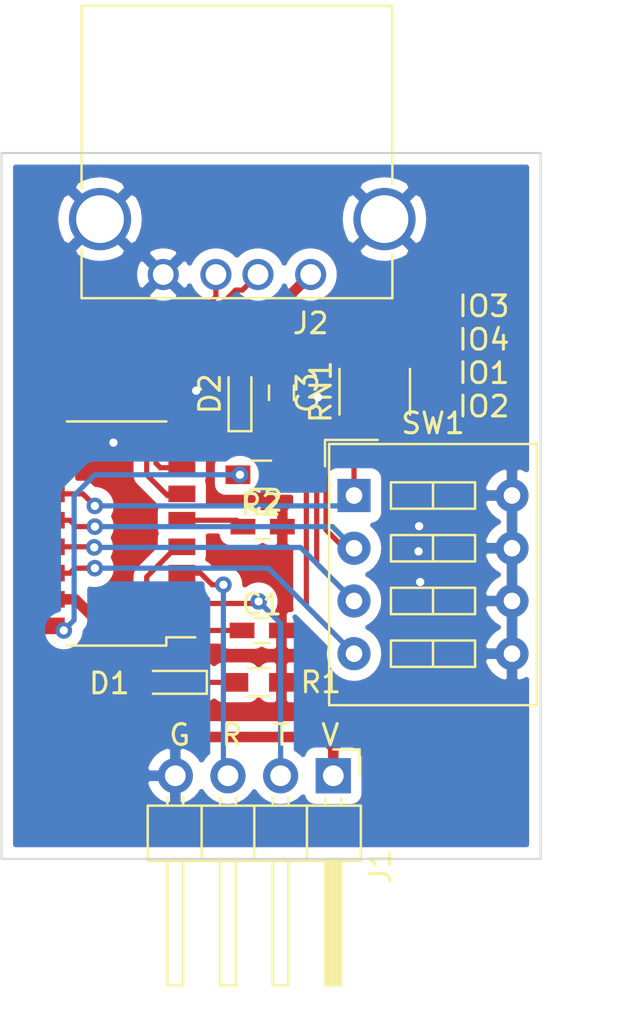
<source format=kicad_pcb>
(kicad_pcb (version 20171130) (host pcbnew "(5.1.0)-1")

  (general
    (thickness 1.6)
    (drawings 8)
    (tracks 108)
    (zones 0)
    (modules 12)
    (nets 19)
  )

  (page A4)
  (layers
    (0 F.Cu signal)
    (31 B.Cu signal)
    (32 B.Adhes user)
    (33 F.Adhes user)
    (34 B.Paste user)
    (35 F.Paste user)
    (36 B.SilkS user)
    (37 F.SilkS user)
    (38 B.Mask user)
    (39 F.Mask user)
    (40 Dwgs.User user)
    (41 Cmts.User user)
    (42 Eco1.User user)
    (43 Eco2.User user)
    (44 Edge.Cuts user)
    (45 Margin user)
    (46 B.CrtYd user)
    (47 F.CrtYd user)
    (48 B.Fab user)
    (49 F.Fab user)
  )

  (setup
    (last_trace_width 0.25)
    (trace_clearance 0.2)
    (zone_clearance 0.508)
    (zone_45_only no)
    (trace_min 0.2)
    (via_size 0.8)
    (via_drill 0.4)
    (via_min_size 0.4)
    (via_min_drill 0.3)
    (uvia_size 0.3)
    (uvia_drill 0.1)
    (uvias_allowed no)
    (uvia_min_size 0.2)
    (uvia_min_drill 0.1)
    (edge_width 0.05)
    (segment_width 0.2)
    (pcb_text_width 0.3)
    (pcb_text_size 1.5 1.5)
    (mod_edge_width 0.12)
    (mod_text_size 1 1)
    (mod_text_width 0.15)
    (pad_size 1.524 1.524)
    (pad_drill 0.762)
    (pad_to_mask_clearance 0.051)
    (solder_mask_min_width 0.25)
    (aux_axis_origin 0 0)
    (visible_elements 7FFFFFFF)
    (pcbplotparams
      (layerselection 0x010fc_ffffffff)
      (usegerberextensions false)
      (usegerberattributes false)
      (usegerberadvancedattributes false)
      (creategerberjobfile false)
      (excludeedgelayer true)
      (linewidth 0.100000)
      (plotframeref false)
      (viasonmask false)
      (mode 1)
      (useauxorigin false)
      (hpglpennumber 1)
      (hpglpenspeed 20)
      (hpglpendiameter 15.000000)
      (psnegative false)
      (psa4output false)
      (plotreference true)
      (plotvalue true)
      (plotinvisibletext false)
      (padsonsilk false)
      (subtractmaskfromsilk false)
      (outputformat 1)
      (mirror false)
      (drillshape 1)
      (scaleselection 1)
      (outputdirectory ""))
  )

  (net 0 "")
  (net 1 "Net-(C1-Pad1)")
  (net 2 GND)
  (net 3 "Net-(C2-Pad1)")
  (net 4 VCC)
  (net 5 "Net-(D1-Pad1)")
  (net 6 "Net-(D1-Pad2)")
  (net 7 "Net-(D2-Pad1)")
  (net 8 "Net-(J1-Pad2)")
  (net 9 "Net-(J1-Pad3)")
  (net 10 "Net-(J2-Pad3)")
  (net 11 "Net-(J2-Pad2)")
  (net 12 /IO2)
  (net 13 /IO1)
  (net 14 /IO4)
  (net 15 /IO3)
  (net 16 "Net-(R2-Pad2)")
  (net 17 "Net-(U?1-Pad9)")
  (net 18 "Net-(U?1-Pad10)")

  (net_class Default 这是默认网络类。
    (clearance 0.2)
    (trace_width 0.25)
    (via_dia 0.8)
    (via_drill 0.4)
    (uvia_dia 0.3)
    (uvia_drill 0.1)
    (add_net /IO1)
    (add_net /IO2)
    (add_net /IO3)
    (add_net /IO4)
    (add_net GND)
    (add_net "Net-(C1-Pad1)")
    (add_net "Net-(C2-Pad1)")
    (add_net "Net-(D1-Pad1)")
    (add_net "Net-(D1-Pad2)")
    (add_net "Net-(D2-Pad1)")
    (add_net "Net-(J1-Pad2)")
    (add_net "Net-(J1-Pad3)")
    (add_net "Net-(J2-Pad2)")
    (add_net "Net-(J2-Pad3)")
    (add_net "Net-(R2-Pad2)")
    (add_net "Net-(U?1-Pad10)")
    (add_net "Net-(U?1-Pad9)")
    (add_net VCC)
  )

  (module Housings_SSOP:SOP-16_4.4x10.4mm_Pitch1.27mm (layer F.Cu) (tedit 589F0C2D) (tstamp 5CBC1C08)
    (at 104.5464 101.33076 180)
    (descr "16-Lead Plastic Small Outline http://www.vishay.com/docs/49633/sg2098.pdf")
    (tags "SOP 1.27")
    (path /5CBC44E4)
    (attr smd)
    (fp_text reference U?1 (at 0 -6.2 180) (layer F.SilkS) hide
      (effects (font (size 1 1) (thickness 0.15)))
    )
    (fp_text value CH9328 (at 0 6.1 180) (layer F.Fab)
      (effects (font (size 1 1) (thickness 0.15)))
    )
    (fp_text user %R (at 0 0 180) (layer F.Fab)
      (effects (font (size 0.8 0.8) (thickness 0.15)))
    )
    (fp_line (start -2.2 -4.6) (end -1.6 -5.2) (layer F.Fab) (width 0.1))
    (fp_line (start -2.4 -5.4) (end -2.4 -5) (layer F.SilkS) (width 0.12))
    (fp_line (start -2.4 -5) (end -3.8 -5) (layer F.SilkS) (width 0.12))
    (fp_line (start -1.6 -5.2) (end 2.2 -5.2) (layer F.Fab) (width 0.1))
    (fp_line (start 2.2 -5.2) (end 2.2 5.2) (layer F.Fab) (width 0.1))
    (fp_line (start 2.2 5.2) (end -2.2 5.2) (layer F.Fab) (width 0.1))
    (fp_line (start -2.2 5.2) (end -2.2 -4.6) (layer F.Fab) (width 0.1))
    (fp_line (start -2.4 -5.4) (end 2.4 -5.4) (layer F.SilkS) (width 0.12))
    (fp_line (start -2.4 5.4) (end 2.4 5.4) (layer F.SilkS) (width 0.12))
    (fp_line (start -4.05 -5.45) (end 4.05 -5.45) (layer F.CrtYd) (width 0.05))
    (fp_line (start -4.05 -5.45) (end -4.05 5.45) (layer F.CrtYd) (width 0.05))
    (fp_line (start 4.05 5.45) (end 4.05 -5.45) (layer F.CrtYd) (width 0.05))
    (fp_line (start 4.05 5.45) (end -4.05 5.45) (layer F.CrtYd) (width 0.05))
    (pad 1 smd rect (at -3.15 -4.45 180) (size 1.3 0.8) (layers F.Cu F.Paste F.Mask)
      (net 1 "Net-(C1-Pad1)"))
    (pad 2 smd rect (at -3.15 -3.17 180) (size 1.3 0.8) (layers F.Cu F.Paste F.Mask)
      (net 8 "Net-(J1-Pad2)"))
    (pad 3 smd rect (at -3.15 -1.91 180) (size 1.3 0.8) (layers F.Cu F.Paste F.Mask)
      (net 9 "Net-(J1-Pad3)"))
    (pad 4 smd rect (at -3.15 -0.64 180) (size 1.3 0.8) (layers F.Cu F.Paste F.Mask)
      (net 6 "Net-(D1-Pad2)"))
    (pad 5 smd rect (at -3.15 0.64 180) (size 1.3 0.8) (layers F.Cu F.Paste F.Mask)
      (net 3 "Net-(C2-Pad1)"))
    (pad 6 smd rect (at -3.15 1.91 180) (size 1.3 0.8) (layers F.Cu F.Paste F.Mask)
      (net 10 "Net-(J2-Pad3)"))
    (pad 7 smd rect (at -3.15 3.17 180) (size 1.3 0.8) (layers F.Cu F.Paste F.Mask)
      (net 11 "Net-(J2-Pad2)"))
    (pad 8 smd rect (at -3.15 4.45 180) (size 1.3 0.8) (layers F.Cu F.Paste F.Mask)
      (net 2 GND))
    (pad 9 smd rect (at 3.15 4.45 180) (size 1.3 0.8) (layers F.Cu F.Paste F.Mask)
      (net 17 "Net-(U?1-Pad9)"))
    (pad 10 smd rect (at 3.15 3.17 180) (size 1.3 0.8) (layers F.Cu F.Paste F.Mask)
      (net 18 "Net-(U?1-Pad10)"))
    (pad 11 smd rect (at 3.15 1.91 180) (size 1.3 0.8) (layers F.Cu F.Paste F.Mask)
      (net 12 /IO2))
    (pad 12 smd rect (at 3.15 0.64 180) (size 1.3 0.8) (layers F.Cu F.Paste F.Mask)
      (net 13 /IO1))
    (pad 13 smd rect (at 3.15 -0.64 180) (size 1.3 0.8) (layers F.Cu F.Paste F.Mask)
      (net 14 /IO4))
    (pad 14 smd rect (at 3.15 -1.91 180) (size 1.3 0.8) (layers F.Cu F.Paste F.Mask)
      (net 15 /IO3))
    (pad 15 smd rect (at 3.15 -3.17 180) (size 1.3 0.8) (layers F.Cu F.Paste F.Mask)
      (net 4 VCC))
    (pad 16 smd rect (at 3.15 -4.45 180) (size 1.3 0.8) (layers F.Cu F.Paste F.Mask)
      (net 16 "Net-(R2-Pad2)"))
    (model ${KISYS3DMOD}/Housings_SSOP.3dshapes/SOP-16_4.4x10.4mm_Pitch1.27mm.wrl
      (at (xyz 0 0 0))
      (scale (xyz 1 1 1))
      (rotate (xyz 0 0 0))
    )
  )

  (module Buttons_Switches_THT:SW_DIP_x4_W7.62mm_Slide (layer F.Cu) (tedit 5923F251) (tstamp 5CBC1FD8)
    (at 116 99.5)
    (descr "4x-dip-switch, Slide, row spacing 7.62 mm (300 mils)")
    (tags "DIP Switch Slide 7.62mm 300mil")
    (path /5CC254CA)
    (fp_text reference SW1 (at 3.81 -3.48) (layer F.SilkS)
      (effects (font (size 1 1) (thickness 0.15)))
    )
    (fp_text value Mode (at 3.81 11.1) (layer F.Fab)
      (effects (font (size 1 1) (thickness 0.15)))
    )
    (fp_text user %R (at 3.81 3.81) (layer F.Fab)
      (effects (font (size 1 1) (thickness 0.15)))
    )
    (fp_line (start -1.4 -2.68) (end -1.4 -1.41) (layer F.SilkS) (width 0.12))
    (fp_line (start -1.4 -2.68) (end 1.14 -2.68) (layer F.SilkS) (width 0.12))
    (fp_line (start -0.08 -2.36) (end 8.7 -2.36) (layer F.Fab) (width 0.1))
    (fp_line (start 8.7 -2.36) (end 8.7 9.98) (layer F.Fab) (width 0.1))
    (fp_line (start 8.7 9.98) (end -1.08 9.98) (layer F.Fab) (width 0.1))
    (fp_line (start -1.08 9.98) (end -1.08 -1.36) (layer F.Fab) (width 0.1))
    (fp_line (start -1.08 -1.36) (end -0.08 -2.36) (layer F.Fab) (width 0.1))
    (fp_line (start 1.78 -0.635) (end 1.78 0.635) (layer F.Fab) (width 0.1))
    (fp_line (start 1.78 0.635) (end 5.84 0.635) (layer F.Fab) (width 0.1))
    (fp_line (start 5.84 0.635) (end 5.84 -0.635) (layer F.Fab) (width 0.1))
    (fp_line (start 5.84 -0.635) (end 1.78 -0.635) (layer F.Fab) (width 0.1))
    (fp_line (start 3.81 -0.635) (end 3.81 0.635) (layer F.Fab) (width 0.1))
    (fp_line (start 1.78 1.905) (end 1.78 3.175) (layer F.Fab) (width 0.1))
    (fp_line (start 1.78 3.175) (end 5.84 3.175) (layer F.Fab) (width 0.1))
    (fp_line (start 5.84 3.175) (end 5.84 1.905) (layer F.Fab) (width 0.1))
    (fp_line (start 5.84 1.905) (end 1.78 1.905) (layer F.Fab) (width 0.1))
    (fp_line (start 3.81 1.905) (end 3.81 3.175) (layer F.Fab) (width 0.1))
    (fp_line (start 1.78 4.445) (end 1.78 5.715) (layer F.Fab) (width 0.1))
    (fp_line (start 1.78 5.715) (end 5.84 5.715) (layer F.Fab) (width 0.1))
    (fp_line (start 5.84 5.715) (end 5.84 4.445) (layer F.Fab) (width 0.1))
    (fp_line (start 5.84 4.445) (end 1.78 4.445) (layer F.Fab) (width 0.1))
    (fp_line (start 3.81 4.445) (end 3.81 5.715) (layer F.Fab) (width 0.1))
    (fp_line (start 1.78 6.985) (end 1.78 8.255) (layer F.Fab) (width 0.1))
    (fp_line (start 1.78 8.255) (end 5.84 8.255) (layer F.Fab) (width 0.1))
    (fp_line (start 5.84 8.255) (end 5.84 6.985) (layer F.Fab) (width 0.1))
    (fp_line (start 5.84 6.985) (end 1.78 6.985) (layer F.Fab) (width 0.1))
    (fp_line (start 3.81 6.985) (end 3.81 8.255) (layer F.Fab) (width 0.1))
    (fp_line (start -1.2 -2.48) (end 8.82 -2.48) (layer F.SilkS) (width 0.12))
    (fp_line (start 8.82 -2.48) (end 8.82 10.1) (layer F.SilkS) (width 0.12))
    (fp_line (start 8.82 10.1) (end -1.2 10.1) (layer F.SilkS) (width 0.12))
    (fp_line (start -1.2 10.1) (end -1.2 -2.48) (layer F.SilkS) (width 0.12))
    (fp_line (start 1.78 -0.635) (end 1.78 0.635) (layer F.SilkS) (width 0.12))
    (fp_line (start 1.78 0.635) (end 5.84 0.635) (layer F.SilkS) (width 0.12))
    (fp_line (start 5.84 0.635) (end 5.84 -0.635) (layer F.SilkS) (width 0.12))
    (fp_line (start 5.84 -0.635) (end 1.78 -0.635) (layer F.SilkS) (width 0.12))
    (fp_line (start 3.81 -0.635) (end 3.81 0.635) (layer F.SilkS) (width 0.12))
    (fp_line (start 1.78 1.905) (end 1.78 3.175) (layer F.SilkS) (width 0.12))
    (fp_line (start 1.78 3.175) (end 5.84 3.175) (layer F.SilkS) (width 0.12))
    (fp_line (start 5.84 3.175) (end 5.84 1.905) (layer F.SilkS) (width 0.12))
    (fp_line (start 5.84 1.905) (end 1.78 1.905) (layer F.SilkS) (width 0.12))
    (fp_line (start 3.81 1.905) (end 3.81 3.175) (layer F.SilkS) (width 0.12))
    (fp_line (start 1.78 4.445) (end 1.78 5.715) (layer F.SilkS) (width 0.12))
    (fp_line (start 1.78 5.715) (end 5.84 5.715) (layer F.SilkS) (width 0.12))
    (fp_line (start 5.84 5.715) (end 5.84 4.445) (layer F.SilkS) (width 0.12))
    (fp_line (start 5.84 4.445) (end 1.78 4.445) (layer F.SilkS) (width 0.12))
    (fp_line (start 3.81 4.445) (end 3.81 5.715) (layer F.SilkS) (width 0.12))
    (fp_line (start 1.78 6.985) (end 1.78 8.255) (layer F.SilkS) (width 0.12))
    (fp_line (start 1.78 8.255) (end 5.84 8.255) (layer F.SilkS) (width 0.12))
    (fp_line (start 5.84 8.255) (end 5.84 6.985) (layer F.SilkS) (width 0.12))
    (fp_line (start 5.84 6.985) (end 1.78 6.985) (layer F.SilkS) (width 0.12))
    (fp_line (start 3.81 6.985) (end 3.81 8.255) (layer F.SilkS) (width 0.12))
    (fp_line (start -1.4 -2.7) (end -1.4 10.3) (layer F.CrtYd) (width 0.05))
    (fp_line (start -1.4 10.3) (end 9 10.3) (layer F.CrtYd) (width 0.05))
    (fp_line (start 9 10.3) (end 9 -2.7) (layer F.CrtYd) (width 0.05))
    (fp_line (start 9 -2.7) (end -1.4 -2.7) (layer F.CrtYd) (width 0.05))
    (pad 1 thru_hole rect (at 0 0) (size 1.6 1.6) (drill 0.8) (layers *.Cu *.Mask)
      (net 12 /IO2))
    (pad 5 thru_hole oval (at 7.62 7.62) (size 1.6 1.6) (drill 0.8) (layers *.Cu *.Mask)
      (net 2 GND))
    (pad 2 thru_hole oval (at 0 2.54) (size 1.6 1.6) (drill 0.8) (layers *.Cu *.Mask)
      (net 13 /IO1))
    (pad 6 thru_hole oval (at 7.62 5.08) (size 1.6 1.6) (drill 0.8) (layers *.Cu *.Mask)
      (net 2 GND))
    (pad 3 thru_hole oval (at 0 5.08) (size 1.6 1.6) (drill 0.8) (layers *.Cu *.Mask)
      (net 14 /IO4))
    (pad 7 thru_hole oval (at 7.62 2.54) (size 1.6 1.6) (drill 0.8) (layers *.Cu *.Mask)
      (net 2 GND))
    (pad 4 thru_hole oval (at 0 7.62) (size 1.6 1.6) (drill 0.8) (layers *.Cu *.Mask)
      (net 15 /IO3))
    (pad 8 thru_hole oval (at 7.62 0) (size 1.6 1.6) (drill 0.8) (layers *.Cu *.Mask)
      (net 2 GND))
    (model ${KISYS3DMOD}/Buttons_Switches_THT.3dshapes/SW_DIP_x4_W7.62mm_Slide.wrl
      (at (xyz 0 0 0))
      (scale (xyz 1 1 1))
      (rotate (xyz 0 0 90))
    )
  )

  (module Resistors_SMD:R_Cat16-4 (layer F.Cu) (tedit 58E0A91E) (tstamp 5CBC17A3)
    (at 117 94.5 90)
    (descr "SMT resistor net, Bourns CAT16 series, 4 way")
    (tags "SMT resistor net Bourns CAT16 series 4 way")
    (path /5CC2910C)
    (attr smd)
    (fp_text reference RN1 (at 0 -2.6 90) (layer F.SilkS)
      (effects (font (size 1 1) (thickness 0.15)))
    )
    (fp_text value R_10K (at 2.17862 0.15496 180) (layer F.Fab) hide
      (effects (font (size 1 1) (thickness 0.15)))
    )
    (fp_text user %R (at 0 0 180) (layer F.Fab)
      (effects (font (size 0.5 0.5) (thickness 0.075)))
    )
    (fp_line (start 0.8 1.6) (end -0.8 1.6) (layer F.Fab) (width 0.1))
    (fp_line (start -0.8 1.6) (end -0.8 -1.6) (layer F.Fab) (width 0.1))
    (fp_line (start -0.8 -1.6) (end 0.8 -1.6) (layer F.Fab) (width 0.1))
    (fp_line (start 0.8 -1.6) (end 0.8 1.6) (layer F.Fab) (width 0.1))
    (fp_line (start 1.1 1.7) (end -1.1 1.7) (layer F.SilkS) (width 0.12))
    (fp_line (start 1.1 -1.7) (end -1.1 -1.7) (layer F.SilkS) (width 0.12))
    (fp_line (start -1.39 -1.85) (end 1.39 -1.85) (layer F.CrtYd) (width 0.05))
    (fp_line (start -1.39 -1.85) (end -1.39 1.85) (layer F.CrtYd) (width 0.05))
    (fp_line (start 1.39 1.85) (end 1.39 -1.85) (layer F.CrtYd) (width 0.05))
    (fp_line (start 1.39 1.85) (end -1.39 1.85) (layer F.CrtYd) (width 0.05))
    (fp_circle (center 0 0) (end -0.1 0) (layer F.Adhes) (width 0.2))
    (pad 2 smd rect (at -0.76 -0.4 270) (size 0.76 0.43) (layers F.Cu F.Paste F.Mask)
      (net 14 /IO4))
    (pad 7 smd rect (at 0.76 -0.4 270) (size 0.76 0.43) (layers F.Cu F.Paste F.Mask)
      (net 4 VCC))
    (pad 3 smd rect (at -0.76 0.4 270) (size 0.76 0.43) (layers F.Cu F.Paste F.Mask)
      (net 13 /IO1))
    (pad 6 smd rect (at 0.76 0.4 270) (size 0.76 0.43) (layers F.Cu F.Paste F.Mask)
      (net 4 VCC))
    (pad 1 smd rect (at -0.76 -1.2 270) (size 0.76 0.43) (layers F.Cu F.Paste F.Mask)
      (net 15 /IO3))
    (pad 4 smd rect (at -0.76 1.2 270) (size 0.76 0.43) (layers F.Cu F.Paste F.Mask)
      (net 12 /IO2))
    (pad 5 smd rect (at 0.76 1.2 270) (size 0.76 0.43) (layers F.Cu F.Paste F.Mask)
      (net 4 VCC))
    (pad 8 smd rect (at 0.76 -1.2 270) (size 0.76 0.43) (layers F.Cu F.Paste F.Mask)
      (net 4 VCC))
    (model ${KISYS3DMOD}/Resistors_SMD.3dshapes/R_Cat16-4.wrl
      (at (xyz 0 0 0))
      (scale (xyz 1 1 1))
      (rotate (xyz 0 0 0))
    )
  )

  (module Resistors_SMD:R_0603_HandSoldering (layer F.Cu) (tedit 58E0A804) (tstamp 5CBC119E)
    (at 111.5 98.5 180)
    (descr "Resistor SMD 0603, hand soldering")
    (tags "resistor 0603")
    (path /5CBC761E)
    (attr smd)
    (fp_text reference R2 (at 0 -1.45 180) (layer F.SilkS)
      (effects (font (size 1 1) (thickness 0.15)))
    )
    (fp_text value 1K (at 0 1.55 180) (layer F.Fab) hide
      (effects (font (size 1 1) (thickness 0.15)))
    )
    (fp_text user %R (at 0 0 180) (layer F.Fab)
      (effects (font (size 0.4 0.4) (thickness 0.075)))
    )
    (fp_line (start -0.8 0.4) (end -0.8 -0.4) (layer F.Fab) (width 0.1))
    (fp_line (start 0.8 0.4) (end -0.8 0.4) (layer F.Fab) (width 0.1))
    (fp_line (start 0.8 -0.4) (end 0.8 0.4) (layer F.Fab) (width 0.1))
    (fp_line (start -0.8 -0.4) (end 0.8 -0.4) (layer F.Fab) (width 0.1))
    (fp_line (start 0.5 0.68) (end -0.5 0.68) (layer F.SilkS) (width 0.12))
    (fp_line (start -0.5 -0.68) (end 0.5 -0.68) (layer F.SilkS) (width 0.12))
    (fp_line (start -1.96 -0.7) (end 1.95 -0.7) (layer F.CrtYd) (width 0.05))
    (fp_line (start -1.96 -0.7) (end -1.96 0.7) (layer F.CrtYd) (width 0.05))
    (fp_line (start 1.95 0.7) (end 1.95 -0.7) (layer F.CrtYd) (width 0.05))
    (fp_line (start 1.95 0.7) (end -1.96 0.7) (layer F.CrtYd) (width 0.05))
    (pad 1 smd rect (at -1.1 0 180) (size 1.2 0.9) (layers F.Cu F.Paste F.Mask)
      (net 7 "Net-(D2-Pad1)"))
    (pad 2 smd rect (at 1.1 0 180) (size 1.2 0.9) (layers F.Cu F.Paste F.Mask)
      (net 16 "Net-(R2-Pad2)"))
    (model ${KISYS3DMOD}/Resistors_SMD.3dshapes/R_0603.wrl
      (at (xyz 0 0 0))
      (scale (xyz 1 1 1))
      (rotate (xyz 0 0 0))
    )
  )

  (module Resistors_SMD:R_0603_HandSoldering (layer F.Cu) (tedit 58E0A804) (tstamp 5CBC1CF4)
    (at 111.4 108.5)
    (descr "Resistor SMD 0603, hand soldering")
    (tags "resistor 0603")
    (path /5CBF516E)
    (attr smd)
    (fp_text reference R1 (at 3 0) (layer F.SilkS)
      (effects (font (size 1 1) (thickness 0.15)))
    )
    (fp_text value 1K (at 0 1.55) (layer F.Fab) hide
      (effects (font (size 1 1) (thickness 0.15)))
    )
    (fp_text user %R (at 0 0) (layer F.Fab)
      (effects (font (size 0.4 0.4) (thickness 0.075)))
    )
    (fp_line (start -0.8 0.4) (end -0.8 -0.4) (layer F.Fab) (width 0.1))
    (fp_line (start 0.8 0.4) (end -0.8 0.4) (layer F.Fab) (width 0.1))
    (fp_line (start 0.8 -0.4) (end 0.8 0.4) (layer F.Fab) (width 0.1))
    (fp_line (start -0.8 -0.4) (end 0.8 -0.4) (layer F.Fab) (width 0.1))
    (fp_line (start 0.5 0.68) (end -0.5 0.68) (layer F.SilkS) (width 0.12))
    (fp_line (start -0.5 -0.68) (end 0.5 -0.68) (layer F.SilkS) (width 0.12))
    (fp_line (start -1.96 -0.7) (end 1.95 -0.7) (layer F.CrtYd) (width 0.05))
    (fp_line (start -1.96 -0.7) (end -1.96 0.7) (layer F.CrtYd) (width 0.05))
    (fp_line (start 1.95 0.7) (end 1.95 -0.7) (layer F.CrtYd) (width 0.05))
    (fp_line (start 1.95 0.7) (end -1.96 0.7) (layer F.CrtYd) (width 0.05))
    (pad 1 smd rect (at -1.1 0) (size 1.2 0.9) (layers F.Cu F.Paste F.Mask)
      (net 5 "Net-(D1-Pad1)"))
    (pad 2 smd rect (at 1.1 0) (size 1.2 0.9) (layers F.Cu F.Paste F.Mask)
      (net 2 GND))
    (model ${KISYS3DMOD}/Resistors_SMD.3dshapes/R_0603.wrl
      (at (xyz 0 0 0))
      (scale (xyz 1 1 1))
      (rotate (xyz 0 0 0))
    )
  )

  (module Connectors:USB_A (layer F.Cu) (tedit 5543E289) (tstamp 5CBC13B9)
    (at 113.90884 88.85428 180)
    (descr "USB A connector")
    (tags "USB USB_A")
    (path /5CBD4F2F)
    (fp_text reference J2 (at 0 -2.35 180) (layer F.SilkS)
      (effects (font (size 1 1) (thickness 0.15)))
    )
    (fp_text value USB_A (at 3.84 7.44 180) (layer F.Fab)
      (effects (font (size 1 1) (thickness 0.15)))
    )
    (fp_line (start -5.3 13.2) (end -5.3 -1.4) (layer F.CrtYd) (width 0.05))
    (fp_line (start 11.95 -1.4) (end 11.95 13.2) (layer F.CrtYd) (width 0.05))
    (fp_line (start -5.3 13.2) (end 11.95 13.2) (layer F.CrtYd) (width 0.05))
    (fp_line (start -5.3 -1.4) (end 11.95 -1.4) (layer F.CrtYd) (width 0.05))
    (fp_line (start 11.05 -1.14) (end 11.05 1.19) (layer F.SilkS) (width 0.12))
    (fp_line (start -3.94 -1.14) (end -3.94 0.98) (layer F.SilkS) (width 0.12))
    (fp_line (start 11.05 -1.14) (end -3.94 -1.14) (layer F.SilkS) (width 0.12))
    (fp_line (start 11.05 12.95) (end -3.94 12.95) (layer F.SilkS) (width 0.12))
    (fp_line (start 11.05 4.15) (end 11.05 12.95) (layer F.SilkS) (width 0.12))
    (fp_line (start -3.94 4.35) (end -3.94 12.95) (layer F.SilkS) (width 0.12))
    (pad 4 thru_hole circle (at 7.11 0 90) (size 1.5 1.5) (drill 1) (layers *.Cu *.Mask)
      (net 2 GND))
    (pad 3 thru_hole circle (at 4.57 0 90) (size 1.5 1.5) (drill 1) (layers *.Cu *.Mask)
      (net 10 "Net-(J2-Pad3)"))
    (pad 2 thru_hole circle (at 2.54 0 90) (size 1.5 1.5) (drill 1) (layers *.Cu *.Mask)
      (net 11 "Net-(J2-Pad2)"))
    (pad 1 thru_hole circle (at 0 0 90) (size 1.5 1.5) (drill 1) (layers *.Cu *.Mask)
      (net 4 VCC))
    (pad 5 thru_hole circle (at 10.16 2.67 90) (size 3 3) (drill 2.3) (layers *.Cu *.Mask)
      (net 2 GND))
    (pad 5 thru_hole circle (at -3.56 2.67 90) (size 3 3) (drill 2.3) (layers *.Cu *.Mask)
      (net 2 GND))
    (model ${KISYS3DMOD}/Connectors.3dshapes/USB_A.wrl
      (offset (xyz 3.555999946594238 0 0))
      (scale (xyz 1 1 1))
      (rotate (xyz 0 0 90))
    )
  )

  (module Pin_Headers:Pin_Header_Angled_1x04_Pitch2.54mm (layer F.Cu) (tedit 59650532) (tstamp 5CBC24C2)
    (at 115 113 270)
    (descr "Through hole angled pin header, 1x04, 2.54mm pitch, 6mm pin length, single row")
    (tags "Through hole angled pin header THT 1x04 2.54mm single row")
    (path /5CBCE6C7)
    (fp_text reference J1 (at 4.385 -2.27 270) (layer F.SilkS)
      (effects (font (size 1 1) (thickness 0.15)))
    )
    (fp_text value UART (at 4.385 9.89 270) (layer F.Fab)
      (effects (font (size 1 1) (thickness 0.15)))
    )
    (fp_line (start 2.135 -1.27) (end 4.04 -1.27) (layer F.Fab) (width 0.1))
    (fp_line (start 4.04 -1.27) (end 4.04 8.89) (layer F.Fab) (width 0.1))
    (fp_line (start 4.04 8.89) (end 1.5 8.89) (layer F.Fab) (width 0.1))
    (fp_line (start 1.5 8.89) (end 1.5 -0.635) (layer F.Fab) (width 0.1))
    (fp_line (start 1.5 -0.635) (end 2.135 -1.27) (layer F.Fab) (width 0.1))
    (fp_line (start -0.32 -0.32) (end 1.5 -0.32) (layer F.Fab) (width 0.1))
    (fp_line (start -0.32 -0.32) (end -0.32 0.32) (layer F.Fab) (width 0.1))
    (fp_line (start -0.32 0.32) (end 1.5 0.32) (layer F.Fab) (width 0.1))
    (fp_line (start 4.04 -0.32) (end 10.04 -0.32) (layer F.Fab) (width 0.1))
    (fp_line (start 10.04 -0.32) (end 10.04 0.32) (layer F.Fab) (width 0.1))
    (fp_line (start 4.04 0.32) (end 10.04 0.32) (layer F.Fab) (width 0.1))
    (fp_line (start -0.32 2.22) (end 1.5 2.22) (layer F.Fab) (width 0.1))
    (fp_line (start -0.32 2.22) (end -0.32 2.86) (layer F.Fab) (width 0.1))
    (fp_line (start -0.32 2.86) (end 1.5 2.86) (layer F.Fab) (width 0.1))
    (fp_line (start 4.04 2.22) (end 10.04 2.22) (layer F.Fab) (width 0.1))
    (fp_line (start 10.04 2.22) (end 10.04 2.86) (layer F.Fab) (width 0.1))
    (fp_line (start 4.04 2.86) (end 10.04 2.86) (layer F.Fab) (width 0.1))
    (fp_line (start -0.32 4.76) (end 1.5 4.76) (layer F.Fab) (width 0.1))
    (fp_line (start -0.32 4.76) (end -0.32 5.4) (layer F.Fab) (width 0.1))
    (fp_line (start -0.32 5.4) (end 1.5 5.4) (layer F.Fab) (width 0.1))
    (fp_line (start 4.04 4.76) (end 10.04 4.76) (layer F.Fab) (width 0.1))
    (fp_line (start 10.04 4.76) (end 10.04 5.4) (layer F.Fab) (width 0.1))
    (fp_line (start 4.04 5.4) (end 10.04 5.4) (layer F.Fab) (width 0.1))
    (fp_line (start -0.32 7.3) (end 1.5 7.3) (layer F.Fab) (width 0.1))
    (fp_line (start -0.32 7.3) (end -0.32 7.94) (layer F.Fab) (width 0.1))
    (fp_line (start -0.32 7.94) (end 1.5 7.94) (layer F.Fab) (width 0.1))
    (fp_line (start 4.04 7.3) (end 10.04 7.3) (layer F.Fab) (width 0.1))
    (fp_line (start 10.04 7.3) (end 10.04 7.94) (layer F.Fab) (width 0.1))
    (fp_line (start 4.04 7.94) (end 10.04 7.94) (layer F.Fab) (width 0.1))
    (fp_line (start 1.44 -1.33) (end 1.44 8.95) (layer F.SilkS) (width 0.12))
    (fp_line (start 1.44 8.95) (end 4.1 8.95) (layer F.SilkS) (width 0.12))
    (fp_line (start 4.1 8.95) (end 4.1 -1.33) (layer F.SilkS) (width 0.12))
    (fp_line (start 4.1 -1.33) (end 1.44 -1.33) (layer F.SilkS) (width 0.12))
    (fp_line (start 4.1 -0.38) (end 10.1 -0.38) (layer F.SilkS) (width 0.12))
    (fp_line (start 10.1 -0.38) (end 10.1 0.38) (layer F.SilkS) (width 0.12))
    (fp_line (start 10.1 0.38) (end 4.1 0.38) (layer F.SilkS) (width 0.12))
    (fp_line (start 4.1 -0.32) (end 10.1 -0.32) (layer F.SilkS) (width 0.12))
    (fp_line (start 4.1 -0.2) (end 10.1 -0.2) (layer F.SilkS) (width 0.12))
    (fp_line (start 4.1 -0.08) (end 10.1 -0.08) (layer F.SilkS) (width 0.12))
    (fp_line (start 4.1 0.04) (end 10.1 0.04) (layer F.SilkS) (width 0.12))
    (fp_line (start 4.1 0.16) (end 10.1 0.16) (layer F.SilkS) (width 0.12))
    (fp_line (start 4.1 0.28) (end 10.1 0.28) (layer F.SilkS) (width 0.12))
    (fp_line (start 1.11 -0.38) (end 1.44 -0.38) (layer F.SilkS) (width 0.12))
    (fp_line (start 1.11 0.38) (end 1.44 0.38) (layer F.SilkS) (width 0.12))
    (fp_line (start 1.44 1.27) (end 4.1 1.27) (layer F.SilkS) (width 0.12))
    (fp_line (start 4.1 2.16) (end 10.1 2.16) (layer F.SilkS) (width 0.12))
    (fp_line (start 10.1 2.16) (end 10.1 2.92) (layer F.SilkS) (width 0.12))
    (fp_line (start 10.1 2.92) (end 4.1 2.92) (layer F.SilkS) (width 0.12))
    (fp_line (start 1.042929 2.16) (end 1.44 2.16) (layer F.SilkS) (width 0.12))
    (fp_line (start 1.042929 2.92) (end 1.44 2.92) (layer F.SilkS) (width 0.12))
    (fp_line (start 1.44 3.81) (end 4.1 3.81) (layer F.SilkS) (width 0.12))
    (fp_line (start 4.1 4.7) (end 10.1 4.7) (layer F.SilkS) (width 0.12))
    (fp_line (start 10.1 4.7) (end 10.1 5.46) (layer F.SilkS) (width 0.12))
    (fp_line (start 10.1 5.46) (end 4.1 5.46) (layer F.SilkS) (width 0.12))
    (fp_line (start 1.042929 4.7) (end 1.44 4.7) (layer F.SilkS) (width 0.12))
    (fp_line (start 1.042929 5.46) (end 1.44 5.46) (layer F.SilkS) (width 0.12))
    (fp_line (start 1.44 6.35) (end 4.1 6.35) (layer F.SilkS) (width 0.12))
    (fp_line (start 4.1 7.24) (end 10.1 7.24) (layer F.SilkS) (width 0.12))
    (fp_line (start 10.1 7.24) (end 10.1 8) (layer F.SilkS) (width 0.12))
    (fp_line (start 10.1 8) (end 4.1 8) (layer F.SilkS) (width 0.12))
    (fp_line (start 1.042929 7.24) (end 1.44 7.24) (layer F.SilkS) (width 0.12))
    (fp_line (start 1.042929 8) (end 1.44 8) (layer F.SilkS) (width 0.12))
    (fp_line (start -1.27 0) (end -1.27 -1.27) (layer F.SilkS) (width 0.12))
    (fp_line (start -1.27 -1.27) (end 0 -1.27) (layer F.SilkS) (width 0.12))
    (fp_line (start -1.8 -1.8) (end -1.8 9.4) (layer F.CrtYd) (width 0.05))
    (fp_line (start -1.8 9.4) (end 10.55 9.4) (layer F.CrtYd) (width 0.05))
    (fp_line (start 10.55 9.4) (end 10.55 -1.8) (layer F.CrtYd) (width 0.05))
    (fp_line (start 10.55 -1.8) (end -1.8 -1.8) (layer F.CrtYd) (width 0.05))
    (fp_text user %R (at 2.77 3.81) (layer F.Fab)
      (effects (font (size 1 1) (thickness 0.15)))
    )
    (pad 1 thru_hole rect (at 0 0 270) (size 1.7 1.7) (drill 1) (layers *.Cu *.Mask)
      (net 4 VCC))
    (pad 2 thru_hole oval (at 0 2.54 270) (size 1.7 1.7) (drill 1) (layers *.Cu *.Mask)
      (net 8 "Net-(J1-Pad2)"))
    (pad 3 thru_hole oval (at 0 5.08 270) (size 1.7 1.7) (drill 1) (layers *.Cu *.Mask)
      (net 9 "Net-(J1-Pad3)"))
    (pad 4 thru_hole oval (at 0 7.62 270) (size 1.7 1.7) (drill 1) (layers *.Cu *.Mask)
      (net 2 GND))
    (model ${KISYS3DMOD}/Pin_Headers.3dshapes/Pin_Header_Angled_1x04_Pitch2.54mm.wrl
      (at (xyz 0 0 0))
      (scale (xyz 1 1 1))
      (rotate (xyz 0 0 0))
    )
  )

  (module LEDs:LED_0603_HandSoldering (layer F.Cu) (tedit 595FC9C0) (tstamp 5CBC1827)
    (at 110.5 94.6 90)
    (descr "LED SMD 0603, hand soldering")
    (tags "LED 0603")
    (path /5CBC7F46)
    (attr smd)
    (fp_text reference D2 (at 0 -1.45 90) (layer F.SilkS)
      (effects (font (size 1 1) (thickness 0.15)))
    )
    (fp_text value LED (at 0 1.55 90) (layer F.Fab) hide
      (effects (font (size 1 1) (thickness 0.15)))
    )
    (fp_line (start -1.8 -0.55) (end -1.8 0.55) (layer F.SilkS) (width 0.12))
    (fp_line (start -0.2 -0.2) (end -0.2 0.2) (layer F.Fab) (width 0.1))
    (fp_line (start -0.15 0) (end 0.15 -0.2) (layer F.Fab) (width 0.1))
    (fp_line (start 0.15 0.2) (end -0.15 0) (layer F.Fab) (width 0.1))
    (fp_line (start 0.15 -0.2) (end 0.15 0.2) (layer F.Fab) (width 0.1))
    (fp_line (start 0.8 0.4) (end -0.8 0.4) (layer F.Fab) (width 0.1))
    (fp_line (start 0.8 -0.4) (end 0.8 0.4) (layer F.Fab) (width 0.1))
    (fp_line (start -0.8 -0.4) (end 0.8 -0.4) (layer F.Fab) (width 0.1))
    (fp_line (start -1.8 0.55) (end 0.8 0.55) (layer F.SilkS) (width 0.12))
    (fp_line (start -1.8 -0.55) (end 0.8 -0.55) (layer F.SilkS) (width 0.12))
    (fp_line (start -1.96 -0.7) (end 1.95 -0.7) (layer F.CrtYd) (width 0.05))
    (fp_line (start -1.96 -0.7) (end -1.96 0.7) (layer F.CrtYd) (width 0.05))
    (fp_line (start 1.95 0.7) (end 1.95 -0.7) (layer F.CrtYd) (width 0.05))
    (fp_line (start 1.95 0.7) (end -1.96 0.7) (layer F.CrtYd) (width 0.05))
    (fp_line (start -0.8 -0.4) (end -0.8 0.4) (layer F.Fab) (width 0.1))
    (pad 1 smd rect (at -1.1 0 90) (size 1.2 0.9) (layers F.Cu F.Paste F.Mask)
      (net 7 "Net-(D2-Pad1)"))
    (pad 2 smd rect (at 1.1 0 90) (size 1.2 0.9) (layers F.Cu F.Paste F.Mask)
      (net 4 VCC))
    (model ${KISYS3DMOD}/LEDs.3dshapes/LED_0603.wrl
      (at (xyz 0 0 0))
      (scale (xyz 1 1 1))
      (rotate (xyz 0 0 180))
    )
  )

  (module LEDs:LED_0603_HandSoldering (layer F.Cu) (tedit 595FC9C0) (tstamp 5CBC1C9B)
    (at 107.1 108.5 180)
    (descr "LED SMD 0603, hand soldering")
    (tags "LED 0603")
    (path /5CBF5174)
    (attr smd)
    (fp_text reference D1 (at 2.9 -0.05 180) (layer F.SilkS)
      (effects (font (size 1 1) (thickness 0.15)))
    )
    (fp_text value LED (at 0 1.55 180) (layer F.Fab) hide
      (effects (font (size 1 1) (thickness 0.15)))
    )
    (fp_line (start -1.8 -0.55) (end -1.8 0.55) (layer F.SilkS) (width 0.12))
    (fp_line (start -0.2 -0.2) (end -0.2 0.2) (layer F.Fab) (width 0.1))
    (fp_line (start -0.15 0) (end 0.15 -0.2) (layer F.Fab) (width 0.1))
    (fp_line (start 0.15 0.2) (end -0.15 0) (layer F.Fab) (width 0.1))
    (fp_line (start 0.15 -0.2) (end 0.15 0.2) (layer F.Fab) (width 0.1))
    (fp_line (start 0.8 0.4) (end -0.8 0.4) (layer F.Fab) (width 0.1))
    (fp_line (start 0.8 -0.4) (end 0.8 0.4) (layer F.Fab) (width 0.1))
    (fp_line (start -0.8 -0.4) (end 0.8 -0.4) (layer F.Fab) (width 0.1))
    (fp_line (start -1.8 0.55) (end 0.8 0.55) (layer F.SilkS) (width 0.12))
    (fp_line (start -1.8 -0.55) (end 0.8 -0.55) (layer F.SilkS) (width 0.12))
    (fp_line (start -1.96 -0.7) (end 1.95 -0.7) (layer F.CrtYd) (width 0.05))
    (fp_line (start -1.96 -0.7) (end -1.96 0.7) (layer F.CrtYd) (width 0.05))
    (fp_line (start 1.95 0.7) (end 1.95 -0.7) (layer F.CrtYd) (width 0.05))
    (fp_line (start 1.95 0.7) (end -1.96 0.7) (layer F.CrtYd) (width 0.05))
    (fp_line (start -0.8 -0.4) (end -0.8 0.4) (layer F.Fab) (width 0.1))
    (pad 1 smd rect (at -1.1 0 180) (size 1.2 0.9) (layers F.Cu F.Paste F.Mask)
      (net 5 "Net-(D1-Pad1)"))
    (pad 2 smd rect (at 1.1 0 180) (size 1.2 0.9) (layers F.Cu F.Paste F.Mask)
      (net 6 "Net-(D1-Pad2)"))
    (model ${KISYS3DMOD}/LEDs.3dshapes/LED_0603.wrl
      (at (xyz 0 0 0))
      (scale (xyz 1 1 1))
      (rotate (xyz 0 0 180))
    )
  )

  (module Capacitors_SMD:C_0603_HandSoldering (layer F.Cu) (tedit 58AA848B) (tstamp 5CBC1189)
    (at 112.5 94.55 270)
    (descr "Capacitor SMD 0603, hand soldering")
    (tags "capacitor 0603")
    (path /5CBC5D70)
    (attr smd)
    (fp_text reference C3 (at 0 -1.25 270) (layer F.SilkS)
      (effects (font (size 1 1) (thickness 0.15)))
    )
    (fp_text value 104 (at -0.2906 3.85912 270) (layer F.Fab) hide
      (effects (font (size 1 1) (thickness 0.15)))
    )
    (fp_text user %R (at 0 -1.25 270) (layer F.Fab)
      (effects (font (size 1 1) (thickness 0.15)))
    )
    (fp_line (start -0.8 0.4) (end -0.8 -0.4) (layer F.Fab) (width 0.1))
    (fp_line (start 0.8 0.4) (end -0.8 0.4) (layer F.Fab) (width 0.1))
    (fp_line (start 0.8 -0.4) (end 0.8 0.4) (layer F.Fab) (width 0.1))
    (fp_line (start -0.8 -0.4) (end 0.8 -0.4) (layer F.Fab) (width 0.1))
    (fp_line (start -0.35 -0.6) (end 0.35 -0.6) (layer F.SilkS) (width 0.12))
    (fp_line (start 0.35 0.6) (end -0.35 0.6) (layer F.SilkS) (width 0.12))
    (fp_line (start -1.8 -0.65) (end 1.8 -0.65) (layer F.CrtYd) (width 0.05))
    (fp_line (start -1.8 -0.65) (end -1.8 0.65) (layer F.CrtYd) (width 0.05))
    (fp_line (start 1.8 0.65) (end 1.8 -0.65) (layer F.CrtYd) (width 0.05))
    (fp_line (start 1.8 0.65) (end -1.8 0.65) (layer F.CrtYd) (width 0.05))
    (pad 1 smd rect (at -0.95 0 270) (size 1.2 0.75) (layers F.Cu F.Paste F.Mask)
      (net 4 VCC))
    (pad 2 smd rect (at 0.95 0 270) (size 1.2 0.75) (layers F.Cu F.Paste F.Mask)
      (net 2 GND))
    (model Capacitors_SMD.3dshapes/C_0603.wrl
      (at (xyz 0 0 0))
      (scale (xyz 1 1 1))
      (rotate (xyz 0 0 0))
    )
  )

  (module Capacitors_SMD:C_0603_HandSoldering (layer F.Cu) (tedit 58AA848B) (tstamp 5CBC1186)
    (at 111.59156 101)
    (descr "Capacitor SMD 0603, hand soldering")
    (tags "capacitor 0603")
    (path /5CBDA17C)
    (attr smd)
    (fp_text reference C2 (at 0 -1.25) (layer F.SilkS)
      (effects (font (size 1 1) (thickness 0.15)))
    )
    (fp_text value 103 (at 0 1.5) (layer F.Fab) hide
      (effects (font (size 1 1) (thickness 0.15)))
    )
    (fp_text user %R (at 0 -1.25) (layer F.Fab)
      (effects (font (size 1 1) (thickness 0.15)))
    )
    (fp_line (start -0.8 0.4) (end -0.8 -0.4) (layer F.Fab) (width 0.1))
    (fp_line (start 0.8 0.4) (end -0.8 0.4) (layer F.Fab) (width 0.1))
    (fp_line (start 0.8 -0.4) (end 0.8 0.4) (layer F.Fab) (width 0.1))
    (fp_line (start -0.8 -0.4) (end 0.8 -0.4) (layer F.Fab) (width 0.1))
    (fp_line (start -0.35 -0.6) (end 0.35 -0.6) (layer F.SilkS) (width 0.12))
    (fp_line (start 0.35 0.6) (end -0.35 0.6) (layer F.SilkS) (width 0.12))
    (fp_line (start -1.8 -0.65) (end 1.8 -0.65) (layer F.CrtYd) (width 0.05))
    (fp_line (start -1.8 -0.65) (end -1.8 0.65) (layer F.CrtYd) (width 0.05))
    (fp_line (start 1.8 0.65) (end 1.8 -0.65) (layer F.CrtYd) (width 0.05))
    (fp_line (start 1.8 0.65) (end -1.8 0.65) (layer F.CrtYd) (width 0.05))
    (pad 1 smd rect (at -0.95 0) (size 1.2 0.75) (layers F.Cu F.Paste F.Mask)
      (net 3 "Net-(C2-Pad1)"))
    (pad 2 smd rect (at 0.95 0) (size 1.2 0.75) (layers F.Cu F.Paste F.Mask)
      (net 2 GND))
    (model Capacitors_SMD.3dshapes/C_0603.wrl
      (at (xyz 0 0 0))
      (scale (xyz 1 1 1))
      (rotate (xyz 0 0 0))
    )
  )

  (module Capacitors_SMD:C_0603_HandSoldering (layer F.Cu) (tedit 58AA848B) (tstamp 5CBC1183)
    (at 111.55 106)
    (descr "Capacitor SMD 0603, hand soldering")
    (tags "capacitor 0603")
    (path /5CBC4BC0)
    (attr smd)
    (fp_text reference C1 (at 0 -1.25) (layer F.SilkS)
      (effects (font (size 1 1) (thickness 0.15)))
    )
    (fp_text value 204 (at 0 1.5) (layer F.Fab) hide
      (effects (font (size 1 1) (thickness 0.15)))
    )
    (fp_text user %R (at 0 -1.25) (layer F.Fab)
      (effects (font (size 1 1) (thickness 0.15)))
    )
    (fp_line (start -0.8 0.4) (end -0.8 -0.4) (layer F.Fab) (width 0.1))
    (fp_line (start 0.8 0.4) (end -0.8 0.4) (layer F.Fab) (width 0.1))
    (fp_line (start 0.8 -0.4) (end 0.8 0.4) (layer F.Fab) (width 0.1))
    (fp_line (start -0.8 -0.4) (end 0.8 -0.4) (layer F.Fab) (width 0.1))
    (fp_line (start -0.35 -0.6) (end 0.35 -0.6) (layer F.SilkS) (width 0.12))
    (fp_line (start 0.35 0.6) (end -0.35 0.6) (layer F.SilkS) (width 0.12))
    (fp_line (start -1.8 -0.65) (end 1.8 -0.65) (layer F.CrtYd) (width 0.05))
    (fp_line (start -1.8 -0.65) (end -1.8 0.65) (layer F.CrtYd) (width 0.05))
    (fp_line (start 1.8 0.65) (end 1.8 -0.65) (layer F.CrtYd) (width 0.05))
    (fp_line (start 1.8 0.65) (end -1.8 0.65) (layer F.CrtYd) (width 0.05))
    (pad 1 smd rect (at -0.95 0) (size 1.2 0.75) (layers F.Cu F.Paste F.Mask)
      (net 1 "Net-(C1-Pad1)"))
    (pad 2 smd rect (at 0.95 0) (size 1.2 0.75) (layers F.Cu F.Paste F.Mask)
      (net 2 GND))
    (model Capacitors_SMD.3dshapes/C_0603.wrl
      (at (xyz 0 0 0))
      (scale (xyz 1 1 1))
      (rotate (xyz 0 0 0))
    )
  )

  (dimension 26 (width 0.15) (layer Cmts.User)
    (gr_text "1.0236 in" (at 112 125.6) (layer Cmts.User)
      (effects (font (size 1 1) (thickness 0.15)))
    )
    (feature1 (pts (xy 99 117) (xy 99 124.886421)))
    (feature2 (pts (xy 125 117) (xy 125 124.886421)))
    (crossbar (pts (xy 125 124.3) (xy 99 124.3)))
    (arrow1a (pts (xy 99 124.3) (xy 100.126504 123.713579)))
    (arrow1b (pts (xy 99 124.3) (xy 100.126504 124.886421)))
    (arrow2a (pts (xy 125 124.3) (xy 123.873496 123.713579)))
    (arrow2b (pts (xy 125 124.3) (xy 123.873496 124.886421)))
  )
  (dimension 34 (width 0.15) (layer Cmts.User)
    (gr_text "1.3386 in" (at 128.1 100 270) (layer Cmts.User)
      (effects (font (size 1 1) (thickness 0.15)))
    )
    (feature1 (pts (xy 125 117) (xy 127.386421 117)))
    (feature2 (pts (xy 125 83) (xy 127.386421 83)))
    (crossbar (pts (xy 126.8 83) (xy 126.8 117)))
    (arrow1a (pts (xy 126.8 117) (xy 126.213579 115.873496)))
    (arrow1b (pts (xy 126.8 117) (xy 127.386421 115.873496)))
    (arrow2a (pts (xy 126.8 83) (xy 126.213579 84.126504)))
    (arrow2b (pts (xy 126.8 83) (xy 127.386421 84.126504)))
  )
  (gr_text "G  R  T  V" (at 111.1885 111.03356) (layer F.SilkS)
    (effects (font (size 1 1) (thickness 0.15)))
  )
  (gr_text "IO3\nIO4\nIO1\nIO2" (at 122.25274 92.79636) (layer F.SilkS)
    (effects (font (size 1 1) (thickness 0.15)))
  )
  (gr_line (start 99 117) (end 125 117) (layer Edge.Cuts) (width 0.1))
  (gr_line (start 99 83) (end 99 117) (layer Edge.Cuts) (width 0.1))
  (gr_line (start 125 83) (end 99 83) (layer Edge.Cuts) (width 0.1))
  (gr_line (start 125 117) (end 125 83) (layer Edge.Cuts) (width 0.1))

  (segment (start 107.91564 106) (end 107.6964 105.78076) (width 0.25) (layer F.Cu) (net 1))
  (segment (start 110.6 106) (end 107.91564 106) (width 0.25) (layer F.Cu) (net 1))
  (via (at 108.38688 94.4499) (size 0.8) (drill 0.4) (layers F.Cu B.Cu) (net 2))
  (via (at 114.26444 94.76486) (size 0.8) (drill 0.4) (layers F.Cu B.Cu) (net 2))
  (via (at 119.1133 102.19182) (size 0.8) (drill 0.4) (layers F.Cu B.Cu) (net 2))
  (via (at 119.1387 100.9777) (size 0.8) (drill 0.4) (layers F.Cu B.Cu) (net 2))
  (via (at 119.19204 103.66756) (size 0.8) (drill 0.4) (layers F.Cu B.Cu) (net 2))
  (via (at 104.39654 96.9518) (size 0.8) (drill 0.4) (layers F.Cu B.Cu) (net 2))
  (segment (start 110.33232 100.69076) (end 110.64156 101) (width 0.25) (layer F.Cu) (net 3))
  (segment (start 107.6964 100.69076) (end 110.33232 100.69076) (width 0.25) (layer F.Cu) (net 3))
  (segment (start 110.5 92.26312) (end 110.5 93.5) (width 0.508) (layer F.Cu) (net 4))
  (segment (start 113.90884 88.85428) (end 110.5 92.26312) (width 0.508) (layer F.Cu) (net 4))
  (segment (start 117.96 93.5) (end 118.2 93.74) (width 0.508) (layer F.Cu) (net 4))
  (segment (start 110.5 93.5) (end 117.96 93.5) (width 0.508) (layer F.Cu) (net 4) (tstamp 5CBC17E8))
  (segment (start 115 111.642) (end 120.53824 106.10376) (width 0.508) (layer F.Cu) (net 4))
  (segment (start 118.2 93.905) (end 118.2 93.74) (width 0.508) (layer F.Cu) (net 4))
  (segment (start 120.53824 96.24324) (end 118.2 93.905) (width 0.508) (layer F.Cu) (net 4))
  (segment (start 120.53824 106.10376) (end 120.53824 96.24324) (width 0.508) (layer F.Cu) (net 4))
  (segment (start 102.5544 104.50076) (end 103.77932 105.72568) (width 0.508) (layer F.Cu) (net 4))
  (segment (start 101.3964 104.50076) (end 102.5544 104.50076) (width 0.508) (layer F.Cu) (net 4))
  (segment (start 103.77932 108.146522) (end 106.765418 111.13262) (width 0.508) (layer F.Cu) (net 4))
  (segment (start 103.77932 105.72568) (end 103.77932 108.146522) (width 0.508) (layer F.Cu) (net 4))
  (segment (start 115 111.642) (end 115 113) (width 0.508) (layer F.Cu) (net 4))
  (segment (start 114.49062 111.13262) (end 115 111.642) (width 0.508) (layer F.Cu) (net 4))
  (segment (start 106.765418 111.13262) (end 114.49062 111.13262) (width 0.508) (layer F.Cu) (net 4))
  (segment (start 108.2 108.5) (end 110.3 108.5) (width 0.25) (layer F.Cu) (net 5))
  (segment (start 106 107.8) (end 106 108.5) (width 0.25) (layer F.Cu) (net 6))
  (segment (start 106 103.41716) (end 106 107.8) (width 0.25) (layer F.Cu) (net 6))
  (segment (start 107.4464 101.97076) (end 106 103.41716) (width 0.25) (layer F.Cu) (net 6))
  (segment (start 107.6964 101.97076) (end 107.4464 101.97076) (width 0.25) (layer F.Cu) (net 6))
  (segment (start 110.5 96.55) (end 110.5 95.7) (width 0.25) (layer F.Cu) (net 7))
  (segment (start 112.45 98.5) (end 110.5 96.55) (width 0.25) (layer F.Cu) (net 7))
  (segment (start 112.6 98.5) (end 112.45 98.5) (width 0.25) (layer F.Cu) (net 7))
  (segment (start 108.5964 104.50076) (end 108.79564 104.7) (width 0.25) (layer F.Cu) (net 8))
  (segment (start 107.6964 104.50076) (end 108.5964 104.50076) (width 0.25) (layer F.Cu) (net 8))
  (segment (start 108.79564 104.7) (end 111.3 104.7) (width 0.25) (layer F.Cu) (net 8))
  (segment (start 111.3 104.7) (end 111.4 104.6) (width 0.25) (layer F.Cu) (net 8))
  (via (at 111.4 104.6) (size 0.8) (drill 0.4) (layers F.Cu B.Cu) (net 8))
  (segment (start 112.46 105.66) (end 111.4 104.6) (width 0.25) (layer B.Cu) (net 8))
  (segment (start 112.46 113) (end 112.46 105.66) (width 0.25) (layer B.Cu) (net 8))
  (segment (start 108.5964 103.24076) (end 109.15564 103.8) (width 0.25) (layer F.Cu) (net 9))
  (segment (start 107.6964 103.24076) (end 108.5964 103.24076) (width 0.25) (layer F.Cu) (net 9))
  (segment (start 109.15564 103.8) (end 109.7 103.8) (width 0.25) (layer F.Cu) (net 9))
  (segment (start 109.7 103.8) (end 109.7 103.8) (width 0.25) (layer F.Cu) (net 9) (tstamp 5CBC2619))
  (via (at 109.7 103.8) (size 0.8) (drill 0.4) (layers F.Cu B.Cu) (net 9))
  (segment (start 109.7 112.78) (end 109.92 113) (width 0.25) (layer B.Cu) (net 9))
  (segment (start 109.7 103.8) (end 109.7 112.78) (width 0.25) (layer B.Cu) (net 9))
  (segment (start 107.07924 99.42076) (end 107.6964 99.42076) (width 0.25) (layer F.Cu) (net 10))
  (segment (start 107 99.5) (end 107.07924 99.42076) (width 0.25) (layer F.Cu) (net 10))
  (segment (start 106 98.5) (end 107 99.5) (width 0.25) (layer F.Cu) (net 10))
  (segment (start 106 93.25378) (end 106 98.5) (width 0.25) (layer F.Cu) (net 10))
  (segment (start 109.33884 88.85428) (end 109.33884 89.91494) (width 0.25) (layer F.Cu) (net 10))
  (segment (start 109.33884 89.91494) (end 106 93.25378) (width 0.25) (layer F.Cu) (net 10))
  (segment (start 106.66076 98.16076) (end 107.6964 98.16076) (width 0.25) (layer F.Cu) (net 11))
  (segment (start 106.45001 97.95001) (end 106.66076 98.16076) (width 0.25) (layer F.Cu) (net 11))
  (segment (start 106.45001 93.44018) (end 106.45001 97.95001) (width 0.25) (layer F.Cu) (net 11))
  (segment (start 110.285911 89.604279) (end 106.45001 93.44018) (width 0.25) (layer F.Cu) (net 11))
  (segment (start 111.36884 88.85428) (end 110.618841 89.604279) (width 0.25) (layer F.Cu) (net 11))
  (segment (start 110.618841 89.604279) (end 110.285911 89.604279) (width 0.25) (layer F.Cu) (net 11))
  (via (at 103.5 100) (size 0.8) (drill 0.4) (layers F.Cu B.Cu) (net 12))
  (segment (start 101.3964 99.42076) (end 102.92076 99.42076) (width 0.25) (layer F.Cu) (net 12))
  (segment (start 102.92076 99.42076) (end 103.5 100) (width 0.25) (layer F.Cu) (net 12))
  (segment (start 115.5 100) (end 116 99.5) (width 0.25) (layer B.Cu) (net 12))
  (segment (start 103.5 100) (end 115.5 100) (width 0.25) (layer B.Cu) (net 12))
  (segment (start 116 98.09) (end 116 99.5) (width 0.25) (layer F.Cu) (net 12))
  (segment (start 118.2 95.26) (end 118.2 95.89) (width 0.25) (layer F.Cu) (net 12))
  (segment (start 118.2 95.89) (end 116 98.09) (width 0.25) (layer F.Cu) (net 12))
  (segment (start 102.2964 100.69076) (end 102.60564 101) (width 0.25) (layer F.Cu) (net 13))
  (segment (start 101.3964 100.69076) (end 102.2964 100.69076) (width 0.25) (layer F.Cu) (net 13))
  (segment (start 102.60564 101) (end 103.5 101) (width 0.25) (layer F.Cu) (net 13))
  (via (at 103.5 101) (size 0.8) (drill 0.4) (layers F.Cu B.Cu) (net 13))
  (segment (start 114.96 101) (end 116 102.04) (width 0.25) (layer B.Cu) (net 13))
  (segment (start 103.5 101) (end 114.96 101) (width 0.25) (layer B.Cu) (net 13))
  (segment (start 116 102.04) (end 115.53248 102.04) (width 0.25) (layer F.Cu) (net 13))
  (segment (start 115.53248 102.04) (end 114.65001 101.15753) (width 0.25) (layer F.Cu) (net 13))
  (segment (start 114.65001 101.15753) (end 114.65001 97.96577) (width 0.25) (layer F.Cu) (net 13))
  (segment (start 117.4 95.89) (end 117.4 95.26) (width 0.25) (layer F.Cu) (net 13))
  (segment (start 115.75908 97.53092) (end 117.4 95.89) (width 0.25) (layer F.Cu) (net 13))
  (segment (start 114.65001 97.96577) (end 115.08486 97.53092) (width 0.25) (layer F.Cu) (net 13))
  (segment (start 115.08486 97.53092) (end 115.75908 97.53092) (width 0.25) (layer F.Cu) (net 13))
  (segment (start 101.3964 101.97076) (end 103.47076 101.97076) (width 0.25) (layer F.Cu) (net 14))
  (via (at 103.469893 101.999548) (size 0.8) (drill 0.4) (layers F.Cu B.Cu) (net 14))
  (segment (start 103.47076 101.97076) (end 103.469893 101.971627) (width 0.25) (layer F.Cu) (net 14))
  (segment (start 103.469893 101.971627) (end 103.469893 101.999548) (width 0.25) (layer F.Cu) (net 14))
  (segment (start 113.419548 101.999548) (end 116 104.58) (width 0.25) (layer B.Cu) (net 14))
  (segment (start 103.469893 101.999548) (end 113.419548 101.999548) (width 0.25) (layer B.Cu) (net 14))
  (segment (start 114.2 102.78) (end 116 104.58) (width 0.25) (layer F.Cu) (net 14))
  (segment (start 114.2 97.3) (end 114.2 102.78) (width 0.25) (layer F.Cu) (net 14))
  (segment (start 115.1 96.4) (end 114.2 97.3) (width 0.25) (layer F.Cu) (net 14))
  (segment (start 116.09 96.4) (end 115.1 96.4) (width 0.25) (layer F.Cu) (net 14))
  (segment (start 116.6 95.26) (end 116.6 95.89) (width 0.25) (layer F.Cu) (net 14))
  (segment (start 116.6 95.89) (end 116.09 96.4) (width 0.25) (layer F.Cu) (net 14))
  (segment (start 102.2964 103.24076) (end 102.53716 103) (width 0.25) (layer F.Cu) (net 15))
  (segment (start 101.3964 103.24076) (end 102.2964 103.24076) (width 0.25) (layer F.Cu) (net 15))
  (segment (start 102.53716 103) (end 103.5 103) (width 0.25) (layer F.Cu) (net 15))
  (via (at 103.5 103) (size 0.8) (drill 0.4) (layers F.Cu B.Cu) (net 15))
  (segment (start 111.88 103) (end 116 107.12) (width 0.25) (layer B.Cu) (net 15))
  (segment (start 103.5 103) (end 111.88 103) (width 0.25) (layer B.Cu) (net 15))
  (segment (start 115.335 95.26) (end 113.7 96.895) (width 0.25) (layer F.Cu) (net 15))
  (segment (start 115.8 95.26) (end 115.335 95.26) (width 0.25) (layer F.Cu) (net 15))
  (segment (start 113.7 104.82) (end 116 107.12) (width 0.25) (layer F.Cu) (net 15))
  (segment (start 113.7 96.895) (end 113.7 104.82) (width 0.25) (layer F.Cu) (net 15))
  (via (at 102 106) (size 0.8) (drill 0.4) (layers F.Cu B.Cu) (net 16))
  (via (at 110.5 98.5) (size 0.8) (drill 0.4) (layers F.Cu B.Cu) (net 16))
  (segment (start 102.5 105.5) (end 102 106) (width 0.25) (layer B.Cu) (net 16))
  (segment (start 102.5 99.5) (end 102.5 105.5) (width 0.25) (layer B.Cu) (net 16))
  (segment (start 110.5 98.5) (end 103.5 98.5) (width 0.25) (layer B.Cu) (net 16))
  (segment (start 103.5 98.5) (end 102.5 99.5) (width 0.25) (layer B.Cu) (net 16))

  (zone (net 2) (net_name GND) (layer F.Cu) (tstamp 0) (hatch edge 0.508)
    (connect_pads (clearance 0.508))
    (min_thickness 0.254)
    (fill yes (arc_segments 32) (thermal_gap 0.508) (thermal_bridge_width 0.508))
    (polygon
      (pts
        (xy 124.98324 116.95176) (xy 124.97816 83.0072) (xy 99.00666 83.0072) (xy 98.98888 116.99748) (xy 99.0092 116.99748)
      )
    )
    (filled_polygon
      (pts
        (xy 124.315001 98.25158) (xy 124.233881 98.20293) (xy 123.96904 98.108091) (xy 123.747 98.229376) (xy 123.747 99.373)
        (xy 123.767 99.373) (xy 123.767 99.627) (xy 123.747 99.627) (xy 123.747 101.913) (xy 123.767 101.913)
        (xy 123.767 102.167) (xy 123.747 102.167) (xy 123.747 104.453) (xy 123.767 104.453) (xy 123.767 104.707)
        (xy 123.747 104.707) (xy 123.747 106.993) (xy 123.767 106.993) (xy 123.767 107.247) (xy 123.747 107.247)
        (xy 123.747 108.390624) (xy 123.96904 108.511909) (xy 124.233881 108.41707) (xy 124.315 108.36842) (xy 124.315 116.315)
        (xy 99.685 116.315) (xy 99.685 113.356891) (xy 105.938519 113.356891) (xy 106.035843 113.631252) (xy 106.184822 113.881355)
        (xy 106.379731 114.097588) (xy 106.61308 114.271641) (xy 106.875901 114.396825) (xy 107.02311 114.441476) (xy 107.253 114.320155)
        (xy 107.253 113.127) (xy 106.059186 113.127) (xy 105.938519 113.356891) (xy 99.685 113.356891) (xy 99.685 96.48076)
        (xy 100.108328 96.48076) (xy 100.108328 97.28076) (xy 100.120588 97.405242) (xy 100.15563 97.52076) (xy 100.120588 97.636278)
        (xy 100.108328 97.76076) (xy 100.108328 98.56076) (xy 100.120588 98.685242) (xy 100.152597 98.79076) (xy 100.120588 98.896278)
        (xy 100.108328 99.02076) (xy 100.108328 99.82076) (xy 100.120588 99.945242) (xy 100.154113 100.05576) (xy 100.120588 100.166278)
        (xy 100.108328 100.29076) (xy 100.108328 101.09076) (xy 100.120588 101.215242) (xy 100.15563 101.33076) (xy 100.120588 101.446278)
        (xy 100.108328 101.57076) (xy 100.108328 102.37076) (xy 100.120588 102.495242) (xy 100.154113 102.60576) (xy 100.120588 102.716278)
        (xy 100.108328 102.84076) (xy 100.108328 103.64076) (xy 100.120588 103.765242) (xy 100.152597 103.87076) (xy 100.120588 103.976278)
        (xy 100.108328 104.10076) (xy 100.108328 104.90076) (xy 100.120588 105.025242) (xy 100.15563 105.14076) (xy 100.120588 105.256278)
        (xy 100.108328 105.38076) (xy 100.108328 106.18076) (xy 100.120588 106.305242) (xy 100.156898 106.42494) (xy 100.215863 106.535254)
        (xy 100.295215 106.631945) (xy 100.391906 106.711297) (xy 100.50222 106.770262) (xy 100.621918 106.806572) (xy 100.7464 106.818832)
        (xy 101.362518 106.818832) (xy 101.509744 106.917205) (xy 101.698102 106.995226) (xy 101.898061 107.035) (xy 102.101939 107.035)
        (xy 102.301898 106.995226) (xy 102.490256 106.917205) (xy 102.659774 106.803937) (xy 102.803937 106.659774) (xy 102.89032 106.530492)
        (xy 102.890321 108.102852) (xy 102.88602 108.146522) (xy 102.903184 108.320796) (xy 102.954018 108.488374) (xy 102.986425 108.549003)
        (xy 103.036568 108.642813) (xy 103.147662 108.778181) (xy 103.181579 108.806016) (xy 106.105919 111.730356) (xy 106.133759 111.764279)
        (xy 106.269127 111.875373) (xy 106.360217 111.924061) (xy 106.184822 112.118645) (xy 106.035843 112.368748) (xy 105.938519 112.643109)
        (xy 106.059186 112.873) (xy 107.253 112.873) (xy 107.253 112.853) (xy 107.507 112.853) (xy 107.507 112.873)
        (xy 107.527 112.873) (xy 107.527 113.127) (xy 107.507 113.127) (xy 107.507 114.320155) (xy 107.73689 114.441476)
        (xy 107.884099 114.396825) (xy 108.14692 114.271641) (xy 108.380269 114.097588) (xy 108.575178 113.881355) (xy 108.644799 113.764477)
        (xy 108.679294 113.829014) (xy 108.864866 114.055134) (xy 109.090986 114.240706) (xy 109.348966 114.378599) (xy 109.628889 114.463513)
        (xy 109.84705 114.485) (xy 109.99295 114.485) (xy 110.211111 114.463513) (xy 110.491034 114.378599) (xy 110.749014 114.240706)
        (xy 110.975134 114.055134) (xy 111.160706 113.829014) (xy 111.19 113.774209) (xy 111.219294 113.829014) (xy 111.404866 114.055134)
        (xy 111.630986 114.240706) (xy 111.888966 114.378599) (xy 112.168889 114.463513) (xy 112.38705 114.485) (xy 112.53295 114.485)
        (xy 112.751111 114.463513) (xy 113.031034 114.378599) (xy 113.289014 114.240706) (xy 113.515134 114.055134) (xy 113.539607 114.025313)
        (xy 113.560498 114.09418) (xy 113.619463 114.204494) (xy 113.698815 114.301185) (xy 113.795506 114.380537) (xy 113.90582 114.439502)
        (xy 114.025518 114.475812) (xy 114.15 114.488072) (xy 115.85 114.488072) (xy 115.974482 114.475812) (xy 116.09418 114.439502)
        (xy 116.204494 114.380537) (xy 116.301185 114.301185) (xy 116.380537 114.204494) (xy 116.439502 114.09418) (xy 116.475812 113.974482)
        (xy 116.488072 113.85) (xy 116.488072 112.15) (xy 116.475812 112.025518) (xy 116.439502 111.90582) (xy 116.380537 111.795506)
        (xy 116.301185 111.698815) (xy 116.24584 111.653395) (xy 120.430196 107.469039) (xy 122.228096 107.469039) (xy 122.268754 107.603087)
        (xy 122.388963 107.85742) (xy 122.556481 108.083414) (xy 122.764869 108.272385) (xy 123.006119 108.41707) (xy 123.27096 108.511909)
        (xy 123.493 108.390624) (xy 123.493 107.247) (xy 122.350085 107.247) (xy 122.228096 107.469039) (xy 120.430196 107.469039)
        (xy 121.135983 106.763253) (xy 121.169899 106.735419) (xy 121.280993 106.600051) (xy 121.363543 106.445611) (xy 121.406123 106.305242)
        (xy 121.414376 106.278036) (xy 121.423957 106.18076) (xy 121.42724 106.147427) (xy 121.42724 106.147421) (xy 121.43154 106.103761)
        (xy 121.42724 106.060101) (xy 121.42724 104.929039) (xy 122.228096 104.929039) (xy 122.268754 105.063087) (xy 122.388963 105.31742)
        (xy 122.556481 105.543414) (xy 122.764869 105.732385) (xy 122.960982 105.85) (xy 122.764869 105.967615) (xy 122.556481 106.156586)
        (xy 122.388963 106.38258) (xy 122.268754 106.636913) (xy 122.228096 106.770961) (xy 122.350085 106.993) (xy 123.493 106.993)
        (xy 123.493 104.707) (xy 122.350085 104.707) (xy 122.228096 104.929039) (xy 121.42724 104.929039) (xy 121.42724 102.389039)
        (xy 122.228096 102.389039) (xy 122.268754 102.523087) (xy 122.388963 102.77742) (xy 122.556481 103.003414) (xy 122.764869 103.192385)
        (xy 122.960982 103.31) (xy 122.764869 103.427615) (xy 122.556481 103.616586) (xy 122.388963 103.84258) (xy 122.268754 104.096913)
        (xy 122.228096 104.230961) (xy 122.350085 104.453) (xy 123.493 104.453) (xy 123.493 102.167) (xy 122.350085 102.167)
        (xy 122.228096 102.389039) (xy 121.42724 102.389039) (xy 121.42724 99.849039) (xy 122.228096 99.849039) (xy 122.268754 99.983087)
        (xy 122.388963 100.23742) (xy 122.556481 100.463414) (xy 122.764869 100.652385) (xy 122.960982 100.77) (xy 122.764869 100.887615)
        (xy 122.556481 101.076586) (xy 122.388963 101.30258) (xy 122.268754 101.556913) (xy 122.228096 101.690961) (xy 122.350085 101.913)
        (xy 123.493 101.913) (xy 123.493 99.627) (xy 122.350085 99.627) (xy 122.228096 99.849039) (xy 121.42724 99.849039)
        (xy 121.42724 99.150961) (xy 122.228096 99.150961) (xy 122.350085 99.373) (xy 123.493 99.373) (xy 123.493 98.229376)
        (xy 123.27096 98.108091) (xy 123.006119 98.20293) (xy 122.764869 98.347615) (xy 122.556481 98.536586) (xy 122.388963 98.76258)
        (xy 122.268754 99.016913) (xy 122.228096 99.150961) (xy 121.42724 99.150961) (xy 121.42724 96.2869) (xy 121.43154 96.24324)
        (xy 121.42724 96.19958) (xy 121.42724 96.199573) (xy 121.414376 96.068966) (xy 121.363543 95.901389) (xy 121.280993 95.746949)
        (xy 121.169899 95.611581) (xy 121.135982 95.583746) (xy 119.057925 93.505689) (xy 119.053072 93.489693) (xy 119.053072 93.36)
        (xy 119.040812 93.235518) (xy 119.004502 93.11582) (xy 118.945537 93.005506) (xy 118.866185 92.908815) (xy 118.769494 92.829463)
        (xy 118.65918 92.770498) (xy 118.539482 92.734188) (xy 118.415 92.721928) (xy 118.390214 92.721928) (xy 118.301851 92.674697)
        (xy 118.134274 92.623864) (xy 118.003667 92.611) (xy 118.00366 92.611) (xy 117.96 92.6067) (xy 117.91634 92.611)
        (xy 113.377219 92.611) (xy 113.326185 92.548815) (xy 113.229494 92.469463) (xy 113.11918 92.410498) (xy 112.999482 92.374188)
        (xy 112.875 92.361928) (xy 112.125 92.361928) (xy 112.000518 92.374188) (xy 111.88082 92.410498) (xy 111.770506 92.469463)
        (xy 111.673815 92.548815) (xy 111.622781 92.611) (xy 111.515545 92.611) (xy 111.480537 92.545506) (xy 111.477973 92.542382)
        (xy 113.781076 90.23928) (xy 114.045251 90.23928) (xy 114.312829 90.186055) (xy 114.564883 90.081651) (xy 114.791726 89.930079)
        (xy 114.984639 89.737166) (xy 115.136211 89.510323) (xy 115.240615 89.258269) (xy 115.29384 88.990691) (xy 115.29384 88.717869)
        (xy 115.240615 88.450291) (xy 115.136211 88.198237) (xy 114.984639 87.971394) (xy 114.791726 87.778481) (xy 114.638253 87.675933)
        (xy 116.156792 87.675933) (xy 116.312802 87.991494) (xy 116.687585 88.1823) (xy 117.092391 88.296324) (xy 117.511664 88.329182)
        (xy 117.929291 88.279614) (xy 118.329223 88.149523) (xy 118.624878 87.991494) (xy 118.780888 87.675933) (xy 117.46884 86.363885)
        (xy 116.156792 87.675933) (xy 114.638253 87.675933) (xy 114.564883 87.626909) (xy 114.312829 87.522505) (xy 114.045251 87.46928)
        (xy 113.772429 87.46928) (xy 113.504851 87.522505) (xy 113.252797 87.626909) (xy 113.025954 87.778481) (xy 112.833041 87.971394)
        (xy 112.681469 88.198237) (xy 112.63884 88.301153) (xy 112.596211 88.198237) (xy 112.444639 87.971394) (xy 112.251726 87.778481)
        (xy 112.024883 87.626909) (xy 111.772829 87.522505) (xy 111.505251 87.46928) (xy 111.232429 87.46928) (xy 110.964851 87.522505)
        (xy 110.712797 87.626909) (xy 110.485954 87.778481) (xy 110.35384 87.910595) (xy 110.221726 87.778481) (xy 109.994883 87.626909)
        (xy 109.742829 87.522505) (xy 109.475251 87.46928) (xy 109.202429 87.46928) (xy 108.934851 87.522505) (xy 108.682797 87.626909)
        (xy 108.455954 87.778481) (xy 108.263041 87.971394) (xy 108.111469 88.198237) (xy 108.070329 88.297559) (xy 108.055117 88.255448)
        (xy 107.9947 88.142417) (xy 107.755833 88.076892) (xy 106.978445 88.85428) (xy 107.755833 89.631668) (xy 107.9947 89.566143)
        (xy 108.069004 89.407803) (xy 108.111469 89.510323) (xy 108.263041 89.737166) (xy 108.352427 89.826552) (xy 105.489003 92.689976)
        (xy 105.459999 92.713779) (xy 105.409332 92.775518) (xy 105.365026 92.829504) (xy 105.359146 92.840505) (xy 105.294454 92.961534)
        (xy 105.250997 93.104795) (xy 105.24 93.216448) (xy 105.24 93.216458) (xy 105.236324 93.25378) (xy 105.24 93.291103)
        (xy 105.240001 98.462668) (xy 105.236324 98.5) (xy 105.240001 98.537333) (xy 105.250998 98.648986) (xy 105.257906 98.671758)
        (xy 105.294454 98.792246) (xy 105.365026 98.924276) (xy 105.424287 98.996485) (xy 105.46 99.040001) (xy 105.488998 99.063799)
        (xy 106.436201 100.011003) (xy 106.443079 100.019383) (xy 106.454113 100.05576) (xy 106.420588 100.166278) (xy 106.408328 100.29076)
        (xy 106.408328 101.09076) (xy 106.420588 101.215242) (xy 106.45563 101.33076) (xy 106.420588 101.446278) (xy 106.408328 101.57076)
        (xy 106.408328 101.93403) (xy 105.489002 102.853357) (xy 105.459999 102.877159) (xy 105.417467 102.928985) (xy 105.365026 102.992884)
        (xy 105.294455 103.124913) (xy 105.294454 103.124914) (xy 105.250997 103.268175) (xy 105.24 103.379828) (xy 105.24 103.379838)
        (xy 105.236324 103.41716) (xy 105.24 103.454483) (xy 105.240001 107.434962) (xy 105.15582 107.460498) (xy 105.045506 107.519463)
        (xy 104.948815 107.598815) (xy 104.869463 107.695506) (xy 104.810498 107.80582) (xy 104.783815 107.893782) (xy 104.66832 107.778287)
        (xy 104.66832 105.769339) (xy 104.67262 105.725679) (xy 104.66832 105.682014) (xy 104.66832 105.682013) (xy 104.658726 105.584604)
        (xy 104.655456 105.551404) (xy 104.619022 105.431297) (xy 104.604623 105.383829) (xy 104.522073 105.229389) (xy 104.410979 105.094021)
        (xy 104.377063 105.066187) (xy 103.332917 104.022042) (xy 103.398061 104.035) (xy 103.601939 104.035) (xy 103.801898 103.995226)
        (xy 103.990256 103.917205) (xy 104.159774 103.803937) (xy 104.303937 103.659774) (xy 104.417205 103.490256) (xy 104.495226 103.301898)
        (xy 104.535 103.101939) (xy 104.535 102.898061) (xy 104.495226 102.698102) (xy 104.417205 102.509744) (xy 104.393521 102.474298)
        (xy 104.465119 102.301446) (xy 104.504893 102.101487) (xy 104.504893 101.897609) (xy 104.465119 101.69765) (xy 104.393752 101.525356)
        (xy 104.417205 101.490256) (xy 104.495226 101.301898) (xy 104.535 101.101939) (xy 104.535 100.898061) (xy 104.495226 100.698102)
        (xy 104.417205 100.509744) (xy 104.410694 100.5) (xy 104.417205 100.490256) (xy 104.495226 100.301898) (xy 104.535 100.101939)
        (xy 104.535 99.898061) (xy 104.495226 99.698102) (xy 104.417205 99.509744) (xy 104.303937 99.340226) (xy 104.159774 99.196063)
        (xy 103.990256 99.082795) (xy 103.801898 99.004774) (xy 103.601939 98.965) (xy 103.539801 98.965) (xy 103.484563 98.909762)
        (xy 103.460761 98.880759) (xy 103.345036 98.785786) (xy 103.213007 98.715214) (xy 103.069746 98.671757) (xy 102.958093 98.66076)
        (xy 102.958082 98.66076) (xy 102.92076 98.657084) (xy 102.883438 98.66076) (xy 102.674623 98.66076) (xy 102.684472 98.56076)
        (xy 102.684472 97.76076) (xy 102.672212 97.636278) (xy 102.63717 97.52076) (xy 102.672212 97.405242) (xy 102.684472 97.28076)
        (xy 102.684472 96.48076) (xy 102.672212 96.356278) (xy 102.635902 96.23658) (xy 102.576937 96.126266) (xy 102.497585 96.029575)
        (xy 102.400894 95.950223) (xy 102.29058 95.891258) (xy 102.170882 95.854948) (xy 102.0464 95.842688) (xy 100.7464 95.842688)
        (xy 100.621918 95.854948) (xy 100.50222 95.891258) (xy 100.391906 95.950223) (xy 100.295215 96.029575) (xy 100.215863 96.126266)
        (xy 100.156898 96.23658) (xy 100.120588 96.356278) (xy 100.108328 96.48076) (xy 99.685 96.48076) (xy 99.685 89.811273)
        (xy 106.021452 89.811273) (xy 106.086977 90.05014) (xy 106.333956 90.16604) (xy 106.5988 90.23153) (xy 106.871332 90.244092)
        (xy 107.141078 90.203245) (xy 107.397672 90.110557) (xy 107.510703 90.05014) (xy 107.576228 89.811273) (xy 106.79884 89.033885)
        (xy 106.021452 89.811273) (xy 99.685 89.811273) (xy 99.685 88.926772) (xy 105.409028 88.926772) (xy 105.449875 89.196518)
        (xy 105.542563 89.453112) (xy 105.60298 89.566143) (xy 105.841847 89.631668) (xy 106.619235 88.85428) (xy 105.841847 88.076892)
        (xy 105.60298 88.142417) (xy 105.48708 88.389396) (xy 105.42159 88.65424) (xy 105.409028 88.926772) (xy 99.685 88.926772)
        (xy 99.685 87.675933) (xy 102.436792 87.675933) (xy 102.592802 87.991494) (xy 102.967585 88.1823) (xy 103.372391 88.296324)
        (xy 103.791664 88.329182) (xy 104.209291 88.279614) (xy 104.609223 88.149523) (xy 104.904878 87.991494) (xy 104.951452 87.897287)
        (xy 106.021452 87.897287) (xy 106.79884 88.674675) (xy 107.576228 87.897287) (xy 107.510703 87.65842) (xy 107.263724 87.54252)
        (xy 106.99888 87.47703) (xy 106.726348 87.464468) (xy 106.456602 87.505315) (xy 106.200008 87.598003) (xy 106.086977 87.65842)
        (xy 106.021452 87.897287) (xy 104.951452 87.897287) (xy 105.060888 87.675933) (xy 103.74884 86.363885) (xy 102.436792 87.675933)
        (xy 99.685 87.675933) (xy 99.685 86.227104) (xy 101.603938 86.227104) (xy 101.653506 86.644731) (xy 101.783597 87.044663)
        (xy 101.941626 87.340318) (xy 102.257187 87.496328) (xy 103.569235 86.18428) (xy 103.928445 86.18428) (xy 105.240493 87.496328)
        (xy 105.556054 87.340318) (xy 105.74686 86.965535) (xy 105.860884 86.560729) (xy 105.887029 86.227104) (xy 115.323938 86.227104)
        (xy 115.373506 86.644731) (xy 115.503597 87.044663) (xy 115.661626 87.340318) (xy 115.977187 87.496328) (xy 117.289235 86.18428)
        (xy 117.648445 86.18428) (xy 118.960493 87.496328) (xy 119.276054 87.340318) (xy 119.46686 86.965535) (xy 119.580884 86.560729)
        (xy 119.613742 86.141456) (xy 119.564174 85.723829) (xy 119.434083 85.323897) (xy 119.276054 85.028242) (xy 118.960493 84.872232)
        (xy 117.648445 86.18428) (xy 117.289235 86.18428) (xy 115.977187 84.872232) (xy 115.661626 85.028242) (xy 115.47082 85.403025)
        (xy 115.356796 85.807831) (xy 115.323938 86.227104) (xy 105.887029 86.227104) (xy 105.893742 86.141456) (xy 105.844174 85.723829)
        (xy 105.714083 85.323897) (xy 105.556054 85.028242) (xy 105.240493 84.872232) (xy 103.928445 86.18428) (xy 103.569235 86.18428)
        (xy 102.257187 84.872232) (xy 101.941626 85.028242) (xy 101.75082 85.403025) (xy 101.636796 85.807831) (xy 101.603938 86.227104)
        (xy 99.685 86.227104) (xy 99.685 84.692627) (xy 102.436792 84.692627) (xy 103.74884 86.004675) (xy 105.060888 84.692627)
        (xy 116.156792 84.692627) (xy 117.46884 86.004675) (xy 118.780888 84.692627) (xy 118.624878 84.377066) (xy 118.250095 84.18626)
        (xy 117.845289 84.072236) (xy 117.426016 84.039378) (xy 117.008389 84.088946) (xy 116.608457 84.219037) (xy 116.312802 84.377066)
        (xy 116.156792 84.692627) (xy 105.060888 84.692627) (xy 104.904878 84.377066) (xy 104.530095 84.18626) (xy 104.125289 84.072236)
        (xy 103.706016 84.039378) (xy 103.288389 84.088946) (xy 102.888457 84.219037) (xy 102.592802 84.377066) (xy 102.436792 84.692627)
        (xy 99.685 84.692627) (xy 99.685 83.685) (xy 124.315001 83.685)
      )
    )
    (filled_polygon
      (pts
        (xy 111.232429 90.23928) (xy 111.266605 90.23928) (xy 109.902264 91.603621) (xy 109.868341 91.631461) (xy 109.757247 91.76683)
        (xy 109.674697 91.92127) (xy 109.623864 92.088847) (xy 109.611 92.219454) (xy 109.611 92.21946) (xy 109.6067 92.26312)
        (xy 109.611 92.306781) (xy 109.611 92.438815) (xy 109.598815 92.448815) (xy 109.519463 92.545506) (xy 109.460498 92.65582)
        (xy 109.424188 92.775518) (xy 109.411928 92.9) (xy 109.411928 94.1) (xy 109.424188 94.224482) (xy 109.460498 94.34418)
        (xy 109.519463 94.454494) (xy 109.598815 94.551185) (xy 109.658296 94.6) (xy 109.598815 94.648815) (xy 109.519463 94.745506)
        (xy 109.460498 94.85582) (xy 109.424188 94.975518) (xy 109.411928 95.1) (xy 109.411928 96.3) (xy 109.424188 96.424482)
        (xy 109.460498 96.54418) (xy 109.519463 96.654494) (xy 109.598815 96.751185) (xy 109.695506 96.830537) (xy 109.80582 96.889502)
        (xy 109.822402 96.894532) (xy 109.865026 96.974276) (xy 109.878685 96.990919) (xy 109.959999 97.090001) (xy 109.989002 97.113804)
        (xy 110.287127 97.411928) (xy 109.8 97.411928) (xy 109.675518 97.424188) (xy 109.55582 97.460498) (xy 109.445506 97.519463)
        (xy 109.348815 97.598815) (xy 109.269463 97.695506) (xy 109.210498 97.80582) (xy 109.174188 97.925518) (xy 109.161928 98.05)
        (xy 109.161928 98.95) (xy 109.174188 99.074482) (xy 109.210498 99.19418) (xy 109.269463 99.304494) (xy 109.348815 99.401185)
        (xy 109.445506 99.480537) (xy 109.55582 99.539502) (xy 109.675518 99.575812) (xy 109.8 99.588072) (xy 111 99.588072)
        (xy 111.124482 99.575812) (xy 111.24418 99.539502) (xy 111.354494 99.480537) (xy 111.451185 99.401185) (xy 111.5 99.341704)
        (xy 111.548815 99.401185) (xy 111.645506 99.480537) (xy 111.75582 99.539502) (xy 111.875518 99.575812) (xy 112 99.588072)
        (xy 112.94 99.588072) (xy 112.94 99.988898) (xy 112.82731 99.99) (xy 112.66856 100.14875) (xy 112.66856 100.873)
        (xy 112.68856 100.873) (xy 112.68856 101.127) (xy 112.66856 101.127) (xy 112.66856 101.85125) (xy 112.82731 102.01)
        (xy 112.940001 102.011102) (xy 112.940001 104.782668) (xy 112.936324 104.82) (xy 112.940001 104.857333) (xy 112.950998 104.968986)
        (xy 112.956865 104.988327) (xy 112.78575 104.99) (xy 112.627 105.14875) (xy 112.627 105.873) (xy 113.57625 105.873)
        (xy 113.627224 105.822026) (xy 114.599292 106.794094) (xy 114.585764 106.838691) (xy 114.558057 107.12) (xy 114.585764 107.401309)
        (xy 114.667818 107.671808) (xy 114.801068 107.921101) (xy 114.980392 108.139608) (xy 115.198899 108.318932) (xy 115.448192 108.452182)
        (xy 115.718691 108.534236) (xy 115.929508 108.555) (xy 116.070492 108.555) (xy 116.281309 108.534236) (xy 116.551808 108.452182)
        (xy 116.801101 108.318932) (xy 117.019608 108.139608) (xy 117.198932 107.921101) (xy 117.332182 107.671808) (xy 117.414236 107.401309)
        (xy 117.441943 107.12) (xy 117.414236 106.838691) (xy 117.332182 106.568192) (xy 117.198932 106.318899) (xy 117.019608 106.100392)
        (xy 116.801101 105.921068) (xy 116.668142 105.85) (xy 116.801101 105.778932) (xy 117.019608 105.599608) (xy 117.198932 105.381101)
        (xy 117.332182 105.131808) (xy 117.414236 104.861309) (xy 117.441943 104.58) (xy 117.414236 104.298691) (xy 117.332182 104.028192)
        (xy 117.198932 103.778899) (xy 117.019608 103.560392) (xy 116.801101 103.381068) (xy 116.668142 103.31) (xy 116.801101 103.238932)
        (xy 117.019608 103.059608) (xy 117.198932 102.841101) (xy 117.332182 102.591808) (xy 117.414236 102.321309) (xy 117.441943 102.04)
        (xy 117.414236 101.758691) (xy 117.332182 101.488192) (xy 117.198932 101.238899) (xy 117.019608 101.020392) (xy 116.906518 100.927581)
        (xy 116.924482 100.925812) (xy 117.04418 100.889502) (xy 117.154494 100.830537) (xy 117.251185 100.751185) (xy 117.330537 100.654494)
        (xy 117.389502 100.54418) (xy 117.425812 100.424482) (xy 117.438072 100.3) (xy 117.438072 98.7) (xy 117.425812 98.575518)
        (xy 117.389502 98.45582) (xy 117.330537 98.345506) (xy 117.251185 98.248815) (xy 117.154494 98.169463) (xy 117.050777 98.114024)
        (xy 118.711003 96.453799) (xy 118.740001 96.430001) (xy 118.834974 96.314276) (xy 118.905546 96.182247) (xy 118.949003 96.038986)
        (xy 118.955158 95.976495) (xy 118.975745 95.93798) (xy 119.649241 96.611477) (xy 119.64924 105.735524) (xy 114.991298 110.393467)
        (xy 114.986911 110.389867) (xy 114.832471 110.307317) (xy 114.664894 110.256484) (xy 114.534287 110.24362) (xy 114.53428 110.24362)
        (xy 114.49062 110.23932) (xy 114.44696 110.24362) (xy 107.133653 110.24362) (xy 106.478105 109.588072) (xy 106.6 109.588072)
        (xy 106.724482 109.575812) (xy 106.84418 109.539502) (xy 106.954494 109.480537) (xy 107.051185 109.401185) (xy 107.1 109.341704)
        (xy 107.148815 109.401185) (xy 107.245506 109.480537) (xy 107.35582 109.539502) (xy 107.475518 109.575812) (xy 107.6 109.588072)
        (xy 108.8 109.588072) (xy 108.924482 109.575812) (xy 109.04418 109.539502) (xy 109.154494 109.480537) (xy 109.25 109.402158)
        (xy 109.345506 109.480537) (xy 109.45582 109.539502) (xy 109.575518 109.575812) (xy 109.7 109.588072) (xy 110.9 109.588072)
        (xy 111.024482 109.575812) (xy 111.14418 109.539502) (xy 111.254494 109.480537) (xy 111.351185 109.401185) (xy 111.4 109.341704)
        (xy 111.448815 109.401185) (xy 111.545506 109.480537) (xy 111.65582 109.539502) (xy 111.775518 109.575812) (xy 111.9 109.588072)
        (xy 112.21425 109.585) (xy 112.373 109.42625) (xy 112.373 108.627) (xy 112.627 108.627) (xy 112.627 109.42625)
        (xy 112.78575 109.585) (xy 113.1 109.588072) (xy 113.224482 109.575812) (xy 113.34418 109.539502) (xy 113.454494 109.480537)
        (xy 113.551185 109.401185) (xy 113.630537 109.304494) (xy 113.689502 109.19418) (xy 113.725812 109.074482) (xy 113.738072 108.95)
        (xy 113.735 108.78575) (xy 113.57625 108.627) (xy 112.627 108.627) (xy 112.373 108.627) (xy 112.353 108.627)
        (xy 112.353 108.373) (xy 112.373 108.373) (xy 112.373 107.57375) (xy 112.627 107.57375) (xy 112.627 108.373)
        (xy 113.57625 108.373) (xy 113.735 108.21425) (xy 113.738072 108.05) (xy 113.725812 107.925518) (xy 113.689502 107.80582)
        (xy 113.630537 107.695506) (xy 113.551185 107.598815) (xy 113.454494 107.519463) (xy 113.34418 107.460498) (xy 113.224482 107.424188)
        (xy 113.1 107.411928) (xy 112.78575 107.415) (xy 112.627 107.57375) (xy 112.373 107.57375) (xy 112.21425 107.415)
        (xy 111.9 107.411928) (xy 111.775518 107.424188) (xy 111.65582 107.460498) (xy 111.545506 107.519463) (xy 111.448815 107.598815)
        (xy 111.4 107.658296) (xy 111.351185 107.598815) (xy 111.254494 107.519463) (xy 111.14418 107.460498) (xy 111.024482 107.424188)
        (xy 110.9 107.411928) (xy 109.7 107.411928) (xy 109.575518 107.424188) (xy 109.45582 107.460498) (xy 109.345506 107.519463)
        (xy 109.25 107.597842) (xy 109.154494 107.519463) (xy 109.04418 107.460498) (xy 108.924482 107.424188) (xy 108.8 107.411928)
        (xy 107.6 107.411928) (xy 107.475518 107.424188) (xy 107.35582 107.460498) (xy 107.245506 107.519463) (xy 107.148815 107.598815)
        (xy 107.1 107.658296) (xy 107.051185 107.598815) (xy 106.954494 107.519463) (xy 106.84418 107.460498) (xy 106.76 107.434962)
        (xy 106.76 106.747695) (xy 106.80222 106.770262) (xy 106.921918 106.806572) (xy 107.0464 106.818832) (xy 108.3464 106.818832)
        (xy 108.470882 106.806572) (xy 108.59058 106.770262) (xy 108.609779 106.76) (xy 109.494499 106.76) (xy 109.548815 106.826185)
        (xy 109.645506 106.905537) (xy 109.75582 106.964502) (xy 109.875518 107.000812) (xy 110 107.013072) (xy 111.2 107.013072)
        (xy 111.324482 107.000812) (xy 111.44418 106.964502) (xy 111.55 106.907939) (xy 111.65582 106.964502) (xy 111.775518 107.000812)
        (xy 111.9 107.013072) (xy 112.21425 107.01) (xy 112.373 106.85125) (xy 112.373 106.127) (xy 112.627 106.127)
        (xy 112.627 106.85125) (xy 112.78575 107.01) (xy 113.1 107.013072) (xy 113.224482 107.000812) (xy 113.34418 106.964502)
        (xy 113.454494 106.905537) (xy 113.551185 106.826185) (xy 113.630537 106.729494) (xy 113.689502 106.61918) (xy 113.725812 106.499482)
        (xy 113.738072 106.375) (xy 113.735 106.28575) (xy 113.57625 106.127) (xy 112.627 106.127) (xy 112.373 106.127)
        (xy 112.353 106.127) (xy 112.353 105.873) (xy 112.373 105.873) (xy 112.373 105.14875) (xy 112.316124 105.091874)
        (xy 112.317205 105.090256) (xy 112.395226 104.901898) (xy 112.435 104.701939) (xy 112.435 104.498061) (xy 112.395226 104.298102)
        (xy 112.317205 104.109744) (xy 112.203937 103.940226) (xy 112.059774 103.796063) (xy 111.890256 103.682795) (xy 111.701898 103.604774)
        (xy 111.501939 103.565) (xy 111.298061 103.565) (xy 111.098102 103.604774) (xy 110.909744 103.682795) (xy 110.740226 103.796063)
        (xy 110.735 103.801289) (xy 110.735 103.698061) (xy 110.695226 103.498102) (xy 110.617205 103.309744) (xy 110.503937 103.140226)
        (xy 110.359774 102.996063) (xy 110.190256 102.882795) (xy 110.001898 102.804774) (xy 109.801939 102.765) (xy 109.598061 102.765)
        (xy 109.398102 102.804774) (xy 109.282924 102.852483) (xy 109.160203 102.729762) (xy 109.136401 102.700759) (xy 109.020676 102.605786)
        (xy 108.950119 102.568072) (xy 108.972212 102.495242) (xy 108.984472 102.37076) (xy 108.984472 101.57076) (xy 108.972653 101.45076)
        (xy 109.410949 101.45076) (xy 109.415748 101.499482) (xy 109.452058 101.61918) (xy 109.511023 101.729494) (xy 109.590375 101.826185)
        (xy 109.687066 101.905537) (xy 109.79738 101.964502) (xy 109.917078 102.000812) (xy 110.04156 102.013072) (xy 111.24156 102.013072)
        (xy 111.366042 102.000812) (xy 111.48574 101.964502) (xy 111.59156 101.907939) (xy 111.69738 101.964502) (xy 111.817078 102.000812)
        (xy 111.94156 102.013072) (xy 112.25581 102.01) (xy 112.41456 101.85125) (xy 112.41456 101.127) (xy 112.39456 101.127)
        (xy 112.39456 100.873) (xy 112.41456 100.873) (xy 112.41456 100.14875) (xy 112.25581 99.99) (xy 111.94156 99.986928)
        (xy 111.817078 99.999188) (xy 111.69738 100.035498) (xy 111.59156 100.092061) (xy 111.48574 100.035498) (xy 111.366042 99.999188)
        (xy 111.24156 99.986928) (xy 110.627774 99.986928) (xy 110.624567 99.985214) (xy 110.481306 99.941757) (xy 110.369653 99.93076)
        (xy 110.369642 99.93076) (xy 110.33232 99.927084) (xy 110.294998 99.93076) (xy 108.973638 99.93076) (xy 108.984472 99.82076)
        (xy 108.984472 99.02076) (xy 108.972212 98.896278) (xy 108.940203 98.79076) (xy 108.972212 98.685242) (xy 108.984472 98.56076)
        (xy 108.984472 97.76076) (xy 108.972212 97.636278) (xy 108.93717 97.52076) (xy 108.972212 97.405242) (xy 108.984472 97.28076)
        (xy 108.9814 97.16651) (xy 108.82265 97.00776) (xy 107.8234 97.00776) (xy 107.8234 97.02776) (xy 107.5694 97.02776)
        (xy 107.5694 97.00776) (xy 107.5494 97.00776) (xy 107.5494 96.75376) (xy 107.5694 96.75376) (xy 107.5694 96.00451)
        (xy 107.8234 96.00451) (xy 107.8234 96.75376) (xy 108.82265 96.75376) (xy 108.9814 96.59501) (xy 108.984472 96.48076)
        (xy 108.972212 96.356278) (xy 108.935902 96.23658) (xy 108.876937 96.126266) (xy 108.797585 96.029575) (xy 108.700894 95.950223)
        (xy 108.59058 95.891258) (xy 108.470882 95.854948) (xy 108.3464 95.842688) (xy 107.98215 95.84576) (xy 107.8234 96.00451)
        (xy 107.5694 96.00451) (xy 107.41065 95.84576) (xy 107.21001 95.844068) (xy 107.21001 93.754981) (xy 110.598992 90.366)
        (xy 110.618841 90.367955) (xy 110.656163 90.364279) (xy 110.656174 90.364279) (xy 110.767827 90.353282) (xy 110.911088 90.309825)
        (xy 111.043117 90.239253) (xy 111.080024 90.208964)
      )
    )
    (filled_polygon
      (pts
        (xy 115.054463 94.474494) (xy 115.075395 94.5) (xy 115.054463 94.525506) (xy 115.037484 94.55727) (xy 114.910724 94.625026)
        (xy 114.794999 94.719999) (xy 114.771201 94.748997) (xy 113.512173 96.008026) (xy 113.51 95.78575) (xy 113.35125 95.627)
        (xy 112.627 95.627) (xy 112.627 96.57625) (xy 112.78575 96.735) (xy 112.875 96.738072) (xy 112.955821 96.730112)
        (xy 112.950997 96.746015) (xy 112.94 96.857668) (xy 112.94 96.857678) (xy 112.936324 96.895) (xy 112.94 96.932322)
        (xy 112.94 97.411928) (xy 112.43673 97.411928) (xy 111.546363 96.521562) (xy 111.575812 96.424482) (xy 111.576218 96.42036)
        (xy 111.594463 96.454494) (xy 111.673815 96.551185) (xy 111.770506 96.630537) (xy 111.88082 96.689502) (xy 112.000518 96.725812)
        (xy 112.125 96.738072) (xy 112.21425 96.735) (xy 112.373 96.57625) (xy 112.373 95.627) (xy 112.353 95.627)
        (xy 112.353 95.373) (xy 112.373 95.373) (xy 112.373 95.353) (xy 112.627 95.353) (xy 112.627 95.373)
        (xy 113.35125 95.373) (xy 113.51 95.21425) (xy 113.513072 94.9) (xy 113.500812 94.775518) (xy 113.464502 94.65582)
        (xy 113.407939 94.55) (xy 113.464502 94.44418) (xy 113.481241 94.389) (xy 115.008765 94.389)
      )
    )
  )
  (zone (net 2) (net_name GND) (layer B.Cu) (tstamp 0) (hatch edge 0.508)
    (connect_pads (clearance 0.508))
    (min_thickness 0.254)
    (fill yes (arc_segments 32) (thermal_gap 0.508) (thermal_bridge_width 0.508))
    (polygon
      (pts
        (xy 124.98324 83.01228) (xy 99.01174 83.00466) (xy 99.01174 117.00764) (xy 124.99848 116.98986) (xy 124.99594 116.98224)
      )
    )
    (filled_polygon
      (pts
        (xy 124.315001 98.25158) (xy 124.233881 98.20293) (xy 123.96904 98.108091) (xy 123.747 98.229376) (xy 123.747 99.373)
        (xy 123.767 99.373) (xy 123.767 99.627) (xy 123.747 99.627) (xy 123.747 101.913) (xy 123.767 101.913)
        (xy 123.767 102.167) (xy 123.747 102.167) (xy 123.747 104.453) (xy 123.767 104.453) (xy 123.767 104.707)
        (xy 123.747 104.707) (xy 123.747 106.993) (xy 123.767 106.993) (xy 123.767 107.247) (xy 123.747 107.247)
        (xy 123.747 108.390624) (xy 123.96904 108.511909) (xy 124.233881 108.41707) (xy 124.315 108.36842) (xy 124.315 116.315)
        (xy 99.685 116.315) (xy 99.685 113.356891) (xy 105.938519 113.356891) (xy 106.035843 113.631252) (xy 106.184822 113.881355)
        (xy 106.379731 114.097588) (xy 106.61308 114.271641) (xy 106.875901 114.396825) (xy 107.02311 114.441476) (xy 107.253 114.320155)
        (xy 107.253 113.127) (xy 106.059186 113.127) (xy 105.938519 113.356891) (xy 99.685 113.356891) (xy 99.685 112.643109)
        (xy 105.938519 112.643109) (xy 106.059186 112.873) (xy 107.253 112.873) (xy 107.253 111.679845) (xy 107.02311 111.558524)
        (xy 106.875901 111.603175) (xy 106.61308 111.728359) (xy 106.379731 111.902412) (xy 106.184822 112.118645) (xy 106.035843 112.368748)
        (xy 105.938519 112.643109) (xy 99.685 112.643109) (xy 99.685 105.898061) (xy 100.965 105.898061) (xy 100.965 106.101939)
        (xy 101.004774 106.301898) (xy 101.082795 106.490256) (xy 101.196063 106.659774) (xy 101.340226 106.803937) (xy 101.509744 106.917205)
        (xy 101.698102 106.995226) (xy 101.898061 107.035) (xy 102.101939 107.035) (xy 102.301898 106.995226) (xy 102.490256 106.917205)
        (xy 102.659774 106.803937) (xy 102.803937 106.659774) (xy 102.917205 106.490256) (xy 102.995226 106.301898) (xy 103.035 106.101939)
        (xy 103.035 106.044105) (xy 103.040001 106.040001) (xy 103.134974 105.924276) (xy 103.205546 105.792247) (xy 103.249003 105.648986)
        (xy 103.26 105.537333) (xy 103.26 105.537325) (xy 103.263676 105.5) (xy 103.26 105.462675) (xy 103.26 104.007538)
        (xy 103.398061 104.035) (xy 103.601939 104.035) (xy 103.801898 103.995226) (xy 103.990256 103.917205) (xy 104.159774 103.803937)
        (xy 104.203711 103.76) (xy 108.665 103.76) (xy 108.665 103.901939) (xy 108.704774 104.101898) (xy 108.782795 104.290256)
        (xy 108.896063 104.459774) (xy 108.94 104.503711) (xy 108.940001 111.883204) (xy 108.864866 111.944866) (xy 108.679294 112.170986)
        (xy 108.644799 112.235523) (xy 108.575178 112.118645) (xy 108.380269 111.902412) (xy 108.14692 111.728359) (xy 107.884099 111.603175)
        (xy 107.73689 111.558524) (xy 107.507 111.679845) (xy 107.507 112.873) (xy 107.527 112.873) (xy 107.527 113.127)
        (xy 107.507 113.127) (xy 107.507 114.320155) (xy 107.73689 114.441476) (xy 107.884099 114.396825) (xy 108.14692 114.271641)
        (xy 108.380269 114.097588) (xy 108.575178 113.881355) (xy 108.644799 113.764477) (xy 108.679294 113.829014) (xy 108.864866 114.055134)
        (xy 109.090986 114.240706) (xy 109.348966 114.378599) (xy 109.628889 114.463513) (xy 109.84705 114.485) (xy 109.99295 114.485)
        (xy 110.211111 114.463513) (xy 110.491034 114.378599) (xy 110.749014 114.240706) (xy 110.975134 114.055134) (xy 111.160706 113.829014)
        (xy 111.19 113.774209) (xy 111.219294 113.829014) (xy 111.404866 114.055134) (xy 111.630986 114.240706) (xy 111.888966 114.378599)
        (xy 112.168889 114.463513) (xy 112.38705 114.485) (xy 112.53295 114.485) (xy 112.751111 114.463513) (xy 113.031034 114.378599)
        (xy 113.289014 114.240706) (xy 113.515134 114.055134) (xy 113.539607 114.025313) (xy 113.560498 114.09418) (xy 113.619463 114.204494)
        (xy 113.698815 114.301185) (xy 113.795506 114.380537) (xy 113.90582 114.439502) (xy 114.025518 114.475812) (xy 114.15 114.488072)
        (xy 115.85 114.488072) (xy 115.974482 114.475812) (xy 116.09418 114.439502) (xy 116.204494 114.380537) (xy 116.301185 114.301185)
        (xy 116.380537 114.204494) (xy 116.439502 114.09418) (xy 116.475812 113.974482) (xy 116.488072 113.85) (xy 116.488072 112.15)
        (xy 116.475812 112.025518) (xy 116.439502 111.90582) (xy 116.380537 111.795506) (xy 116.301185 111.698815) (xy 116.204494 111.619463)
        (xy 116.09418 111.560498) (xy 115.974482 111.524188) (xy 115.85 111.511928) (xy 114.15 111.511928) (xy 114.025518 111.524188)
        (xy 113.90582 111.560498) (xy 113.795506 111.619463) (xy 113.698815 111.698815) (xy 113.619463 111.795506) (xy 113.560498 111.90582)
        (xy 113.539607 111.974687) (xy 113.515134 111.944866) (xy 113.289014 111.759294) (xy 113.22 111.722405) (xy 113.22 105.697322)
        (xy 113.223676 105.659999) (xy 113.22 105.622676) (xy 113.22 105.622667) (xy 113.209003 105.511014) (xy 113.165546 105.367753)
        (xy 113.157042 105.351844) (xy 114.599292 106.794094) (xy 114.585764 106.838691) (xy 114.558057 107.12) (xy 114.585764 107.401309)
        (xy 114.667818 107.671808) (xy 114.801068 107.921101) (xy 114.980392 108.139608) (xy 115.198899 108.318932) (xy 115.448192 108.452182)
        (xy 115.718691 108.534236) (xy 115.929508 108.555) (xy 116.070492 108.555) (xy 116.281309 108.534236) (xy 116.551808 108.452182)
        (xy 116.801101 108.318932) (xy 117.019608 108.139608) (xy 117.198932 107.921101) (xy 117.332182 107.671808) (xy 117.39369 107.469039)
        (xy 122.228096 107.469039) (xy 122.268754 107.603087) (xy 122.388963 107.85742) (xy 122.556481 108.083414) (xy 122.764869 108.272385)
        (xy 123.006119 108.41707) (xy 123.27096 108.511909) (xy 123.493 108.390624) (xy 123.493 107.247) (xy 122.350085 107.247)
        (xy 122.228096 107.469039) (xy 117.39369 107.469039) (xy 117.414236 107.401309) (xy 117.441943 107.12) (xy 117.414236 106.838691)
        (xy 117.332182 106.568192) (xy 117.198932 106.318899) (xy 117.019608 106.100392) (xy 116.801101 105.921068) (xy 116.668142 105.85)
        (xy 116.801101 105.778932) (xy 117.019608 105.599608) (xy 117.198932 105.381101) (xy 117.332182 105.131808) (xy 117.39369 104.929039)
        (xy 122.228096 104.929039) (xy 122.268754 105.063087) (xy 122.388963 105.31742) (xy 122.556481 105.543414) (xy 122.764869 105.732385)
        (xy 122.960982 105.85) (xy 122.764869 105.967615) (xy 122.556481 106.156586) (xy 122.388963 106.38258) (xy 122.268754 106.636913)
        (xy 122.228096 106.770961) (xy 122.350085 106.993) (xy 123.493 106.993) (xy 123.493 104.707) (xy 122.350085 104.707)
        (xy 122.228096 104.929039) (xy 117.39369 104.929039) (xy 117.414236 104.861309) (xy 117.441943 104.58) (xy 117.414236 104.298691)
        (xy 117.332182 104.028192) (xy 117.198932 103.778899) (xy 117.019608 103.560392) (xy 116.801101 103.381068) (xy 116.668142 103.31)
        (xy 116.801101 103.238932) (xy 117.019608 103.059608) (xy 117.198932 102.841101) (xy 117.332182 102.591808) (xy 117.39369 102.389039)
        (xy 122.228096 102.389039) (xy 122.268754 102.523087) (xy 122.388963 102.77742) (xy 122.556481 103.003414) (xy 122.764869 103.192385)
        (xy 122.960982 103.31) (xy 122.764869 103.427615) (xy 122.556481 103.616586) (xy 122.388963 103.84258) (xy 122.268754 104.096913)
        (xy 122.228096 104.230961) (xy 122.350085 104.453) (xy 123.493 104.453) (xy 123.493 102.167) (xy 122.350085 102.167)
        (xy 122.228096 102.389039) (xy 117.39369 102.389039) (xy 117.414236 102.321309) (xy 117.441943 102.04) (xy 117.414236 101.758691)
        (xy 117.332182 101.488192) (xy 117.198932 101.238899) (xy 117.019608 101.020392) (xy 116.906518 100.927581) (xy 116.924482 100.925812)
        (xy 117.04418 100.889502) (xy 117.154494 100.830537) (xy 117.251185 100.751185) (xy 117.330537 100.654494) (xy 117.389502 100.54418)
        (xy 117.425812 100.424482) (xy 117.438072 100.3) (xy 117.438072 99.849039) (xy 122.228096 99.849039) (xy 122.268754 99.983087)
        (xy 122.388963 100.23742) (xy 122.556481 100.463414) (xy 122.764869 100.652385) (xy 122.960982 100.77) (xy 122.764869 100.887615)
        (xy 122.556481 101.076586) (xy 122.388963 101.30258) (xy 122.268754 101.556913) (xy 122.228096 101.690961) (xy 122.350085 101.913)
        (xy 123.493 101.913) (xy 123.493 99.627) (xy 122.350085 99.627) (xy 122.228096 99.849039) (xy 117.438072 99.849039)
        (xy 117.438072 99.150961) (xy 122.228096 99.150961) (xy 122.350085 99.373) (xy 123.493 99.373) (xy 123.493 98.229376)
        (xy 123.27096 98.108091) (xy 123.006119 98.20293) (xy 122.764869 98.347615) (xy 122.556481 98.536586) (xy 122.388963 98.76258)
        (xy 122.268754 99.016913) (xy 122.228096 99.150961) (xy 117.438072 99.150961) (xy 117.438072 98.7) (xy 117.425812 98.575518)
        (xy 117.389502 98.45582) (xy 117.330537 98.345506) (xy 117.251185 98.248815) (xy 117.154494 98.169463) (xy 117.04418 98.110498)
        (xy 116.924482 98.074188) (xy 116.8 98.061928) (xy 115.2 98.061928) (xy 115.075518 98.074188) (xy 114.95582 98.110498)
        (xy 114.845506 98.169463) (xy 114.748815 98.248815) (xy 114.669463 98.345506) (xy 114.610498 98.45582) (xy 114.574188 98.575518)
        (xy 114.561928 98.7) (xy 114.561928 99.24) (xy 111.223711 99.24) (xy 111.303937 99.159774) (xy 111.417205 98.990256)
        (xy 111.495226 98.801898) (xy 111.535 98.601939) (xy 111.535 98.398061) (xy 111.495226 98.198102) (xy 111.417205 98.009744)
        (xy 111.303937 97.840226) (xy 111.159774 97.696063) (xy 110.990256 97.582795) (xy 110.801898 97.504774) (xy 110.601939 97.465)
        (xy 110.398061 97.465) (xy 110.198102 97.504774) (xy 110.009744 97.582795) (xy 109.840226 97.696063) (xy 109.796289 97.74)
        (xy 103.537333 97.74) (xy 103.5 97.736323) (xy 103.462667 97.74) (xy 103.351014 97.750997) (xy 103.207753 97.794454)
        (xy 103.075724 97.865026) (xy 102.959999 97.959999) (xy 102.936201 97.988997) (xy 101.989002 98.936196) (xy 101.959999 98.959999)
        (xy 101.913291 99.016913) (xy 101.865026 99.075724) (xy 101.833356 99.134974) (xy 101.794454 99.207754) (xy 101.750997 99.351015)
        (xy 101.74 99.462668) (xy 101.74 99.462678) (xy 101.736324 99.5) (xy 101.74 99.537323) (xy 101.740001 104.99644)
        (xy 101.698102 105.004774) (xy 101.509744 105.082795) (xy 101.340226 105.196063) (xy 101.196063 105.340226) (xy 101.082795 105.509744)
        (xy 101.004774 105.698102) (xy 100.965 105.898061) (xy 99.685 105.898061) (xy 99.685 89.811273) (xy 106.021452 89.811273)
        (xy 106.086977 90.05014) (xy 106.333956 90.16604) (xy 106.5988 90.23153) (xy 106.871332 90.244092) (xy 107.141078 90.203245)
        (xy 107.397672 90.110557) (xy 107.510703 90.05014) (xy 107.576228 89.811273) (xy 106.79884 89.033885) (xy 106.021452 89.811273)
        (xy 99.685 89.811273) (xy 99.685 88.926772) (xy 105.409028 88.926772) (xy 105.449875 89.196518) (xy 105.542563 89.453112)
        (xy 105.60298 89.566143) (xy 105.841847 89.631668) (xy 106.619235 88.85428) (xy 106.978445 88.85428) (xy 107.755833 89.631668)
        (xy 107.9947 89.566143) (xy 108.069004 89.407803) (xy 108.111469 89.510323) (xy 108.263041 89.737166) (xy 108.455954 89.930079)
        (xy 108.682797 90.081651) (xy 108.934851 90.186055) (xy 109.202429 90.23928) (xy 109.475251 90.23928) (xy 109.742829 90.186055)
        (xy 109.994883 90.081651) (xy 110.221726 89.930079) (xy 110.35384 89.797965) (xy 110.485954 89.930079) (xy 110.712797 90.081651)
        (xy 110.964851 90.186055) (xy 111.232429 90.23928) (xy 111.505251 90.23928) (xy 111.772829 90.186055) (xy 112.024883 90.081651)
        (xy 112.251726 89.930079) (xy 112.444639 89.737166) (xy 112.596211 89.510323) (xy 112.63884 89.407407) (xy 112.681469 89.510323)
        (xy 112.833041 89.737166) (xy 113.025954 89.930079) (xy 113.252797 90.081651) (xy 113.504851 90.186055) (xy 113.772429 90.23928)
        (xy 114.045251 90.23928) (xy 114.312829 90.186055) (xy 114.564883 90.081651) (xy 114.791726 89.930079) (xy 114.984639 89.737166)
        (xy 115.136211 89.510323) (xy 115.240615 89.258269) (xy 115.29384 88.990691) (xy 115.29384 88.717869) (xy 115.240615 88.450291)
        (xy 115.136211 88.198237) (xy 114.984639 87.971394) (xy 114.791726 87.778481) (xy 114.638253 87.675933) (xy 116.156792 87.675933)
        (xy 116.312802 87.991494) (xy 116.687585 88.1823) (xy 117.092391 88.296324) (xy 117.511664 88.329182) (xy 117.929291 88.279614)
        (xy 118.329223 88.149523) (xy 118.624878 87.991494) (xy 118.780888 87.675933) (xy 117.46884 86.363885) (xy 116.156792 87.675933)
        (xy 114.638253 87.675933) (xy 114.564883 87.626909) (xy 114.312829 87.522505) (xy 114.045251 87.46928) (xy 113.772429 87.46928)
        (xy 113.504851 87.522505) (xy 113.252797 87.626909) (xy 113.025954 87.778481) (xy 112.833041 87.971394) (xy 112.681469 88.198237)
        (xy 112.63884 88.301153) (xy 112.596211 88.198237) (xy 112.444639 87.971394) (xy 112.251726 87.778481) (xy 112.024883 87.626909)
        (xy 111.772829 87.522505) (xy 111.505251 87.46928) (xy 111.232429 87.46928) (xy 110.964851 87.522505) (xy 110.712797 87.626909)
        (xy 110.485954 87.778481) (xy 110.35384 87.910595) (xy 110.221726 87.778481) (xy 109.994883 87.626909) (xy 109.742829 87.522505)
        (xy 109.475251 87.46928) (xy 109.202429 87.46928) (xy 108.934851 87.522505) (xy 108.682797 87.626909) (xy 108.455954 87.778481)
        (xy 108.263041 87.971394) (xy 108.111469 88.198237) (xy 108.070329 88.297559) (xy 108.055117 88.255448) (xy 107.9947 88.142417)
        (xy 107.755833 88.076892) (xy 106.978445 88.85428) (xy 106.619235 88.85428) (xy 105.841847 88.076892) (xy 105.60298 88.142417)
        (xy 105.48708 88.389396) (xy 105.42159 88.65424) (xy 105.409028 88.926772) (xy 99.685 88.926772) (xy 99.685 87.675933)
        (xy 102.436792 87.675933) (xy 102.592802 87.991494) (xy 102.967585 88.1823) (xy 103.372391 88.296324) (xy 103.791664 88.329182)
        (xy 104.209291 88.279614) (xy 104.609223 88.149523) (xy 104.904878 87.991494) (xy 104.951452 87.897287) (xy 106.021452 87.897287)
        (xy 106.79884 88.674675) (xy 107.576228 87.897287) (xy 107.510703 87.65842) (xy 107.263724 87.54252) (xy 106.99888 87.47703)
        (xy 106.726348 87.464468) (xy 106.456602 87.505315) (xy 106.200008 87.598003) (xy 106.086977 87.65842) (xy 106.021452 87.897287)
        (xy 104.951452 87.897287) (xy 105.060888 87.675933) (xy 103.74884 86.363885) (xy 102.436792 87.675933) (xy 99.685 87.675933)
        (xy 99.685 86.227104) (xy 101.603938 86.227104) (xy 101.653506 86.644731) (xy 101.783597 87.044663) (xy 101.941626 87.340318)
        (xy 102.257187 87.496328) (xy 103.569235 86.18428) (xy 103.928445 86.18428) (xy 105.240493 87.496328) (xy 105.556054 87.340318)
        (xy 105.74686 86.965535) (xy 105.860884 86.560729) (xy 105.887029 86.227104) (xy 115.323938 86.227104) (xy 115.373506 86.644731)
        (xy 115.503597 87.044663) (xy 115.661626 87.340318) (xy 115.977187 87.496328) (xy 117.289235 86.18428) (xy 117.648445 86.18428)
        (xy 118.960493 87.496328) (xy 119.276054 87.340318) (xy 119.46686 86.965535) (xy 119.580884 86.560729) (xy 119.613742 86.141456)
        (xy 119.564174 85.723829) (xy 119.434083 85.323897) (xy 119.276054 85.028242) (xy 118.960493 84.872232) (xy 117.648445 86.18428)
        (xy 117.289235 86.18428) (xy 115.977187 84.872232) (xy 115.661626 85.028242) (xy 115.47082 85.403025) (xy 115.356796 85.807831)
        (xy 115.323938 86.227104) (xy 105.887029 86.227104) (xy 105.893742 86.141456) (xy 105.844174 85.723829) (xy 105.714083 85.323897)
        (xy 105.556054 85.028242) (xy 105.240493 84.872232) (xy 103.928445 86.18428) (xy 103.569235 86.18428) (xy 102.257187 84.872232)
        (xy 101.941626 85.028242) (xy 101.75082 85.403025) (xy 101.636796 85.807831) (xy 101.603938 86.227104) (xy 99.685 86.227104)
        (xy 99.685 84.692627) (xy 102.436792 84.692627) (xy 103.74884 86.004675) (xy 105.060888 84.692627) (xy 116.156792 84.692627)
        (xy 117.46884 86.004675) (xy 118.780888 84.692627) (xy 118.624878 84.377066) (xy 118.250095 84.18626) (xy 117.845289 84.072236)
        (xy 117.426016 84.039378) (xy 117.008389 84.088946) (xy 116.608457 84.219037) (xy 116.312802 84.377066) (xy 116.156792 84.692627)
        (xy 105.060888 84.692627) (xy 104.904878 84.377066) (xy 104.530095 84.18626) (xy 104.125289 84.072236) (xy 103.706016 84.039378)
        (xy 103.288389 84.088946) (xy 102.888457 84.219037) (xy 102.592802 84.377066) (xy 102.436792 84.692627) (xy 99.685 84.692627)
        (xy 99.685 83.685) (xy 124.315001 83.685)
      )
    )
  )
)

</source>
